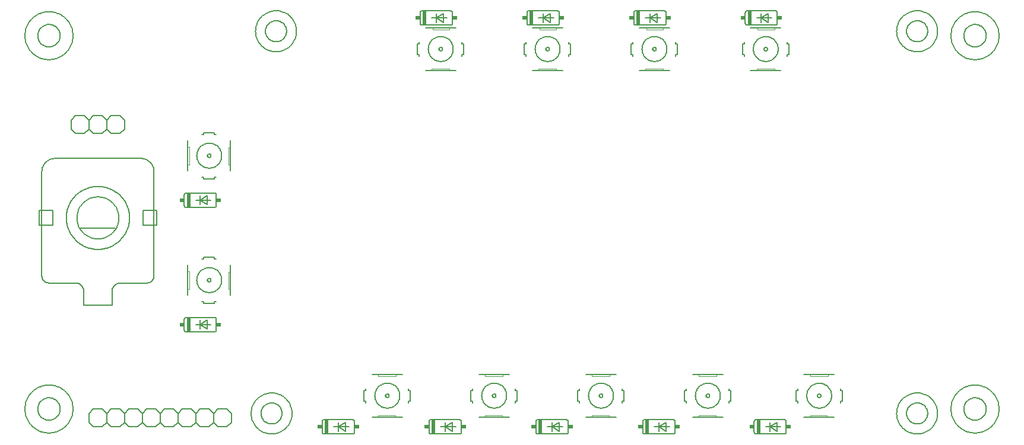
<source format=gto>
G75*
G70*
%OFA0B0*%
%FSLAX24Y24*%
%IPPOS*%
%LPD*%
%AMOC8*
5,1,8,0,0,1.08239X$1,22.5*
%
%ADD10C,0.0060*%
%ADD11C,0.0020*%
%ADD12C,0.0050*%
%ADD13R,0.0200X0.0800*%
%ADD14R,0.0250X0.0200*%
%ADD15C,0.0080*%
D10*
X004351Y001613D02*
X004601Y001363D01*
X005101Y001363D01*
X005351Y001613D01*
X005601Y001363D01*
X006101Y001363D01*
X006351Y001613D01*
X006351Y002113D01*
X006101Y002363D01*
X005601Y002363D01*
X005351Y002113D01*
X005351Y001613D01*
X005351Y002113D02*
X005101Y002363D01*
X004601Y002363D01*
X004351Y002113D01*
X004351Y001613D01*
X006351Y001613D02*
X006601Y001363D01*
X007101Y001363D01*
X007351Y001613D01*
X007601Y001363D01*
X008101Y001363D01*
X008351Y001613D01*
X008601Y001363D01*
X009101Y001363D01*
X009351Y001613D01*
X009351Y002113D01*
X009101Y002363D01*
X008601Y002363D01*
X008351Y002113D01*
X008351Y001613D01*
X007351Y001613D02*
X007351Y002113D01*
X007601Y002363D01*
X008101Y002363D01*
X008351Y002113D01*
X007351Y002113D02*
X007101Y002363D01*
X006601Y002363D01*
X006351Y002113D01*
X009351Y002113D02*
X009601Y002363D01*
X010101Y002363D01*
X010351Y002113D01*
X010601Y002363D01*
X011101Y002363D01*
X011351Y002113D01*
X011601Y002363D01*
X012101Y002363D01*
X012351Y002113D01*
X012351Y001613D01*
X012101Y001363D01*
X011601Y001363D01*
X011351Y001613D01*
X011101Y001363D01*
X010601Y001363D01*
X010351Y001613D01*
X010101Y001363D01*
X009601Y001363D01*
X009351Y001613D01*
X010351Y001613D02*
X010351Y002113D01*
X011351Y002113D02*
X011351Y001613D01*
X013451Y002113D02*
X013453Y002180D01*
X013459Y002248D01*
X013469Y002315D01*
X013483Y002381D01*
X013500Y002446D01*
X013522Y002510D01*
X013547Y002573D01*
X013576Y002634D01*
X013608Y002693D01*
X013644Y002750D01*
X013683Y002805D01*
X013725Y002858D01*
X013770Y002908D01*
X013818Y002955D01*
X013869Y003000D01*
X013922Y003041D01*
X013978Y003080D01*
X014036Y003115D01*
X014096Y003146D01*
X014157Y003174D01*
X014220Y003198D01*
X014284Y003219D01*
X014350Y003235D01*
X014416Y003248D01*
X014483Y003257D01*
X014550Y003262D01*
X014618Y003263D01*
X014685Y003260D01*
X014752Y003253D01*
X014819Y003242D01*
X014885Y003227D01*
X014950Y003209D01*
X015014Y003186D01*
X015076Y003160D01*
X015137Y003131D01*
X015195Y003097D01*
X015252Y003061D01*
X015307Y003021D01*
X015359Y002978D01*
X015408Y002932D01*
X015455Y002883D01*
X015499Y002832D01*
X015539Y002778D01*
X015577Y002722D01*
X015611Y002663D01*
X015641Y002603D01*
X015668Y002541D01*
X015692Y002478D01*
X015711Y002413D01*
X015727Y002348D01*
X015739Y002281D01*
X015747Y002214D01*
X015751Y002147D01*
X015751Y002079D01*
X015747Y002012D01*
X015739Y001945D01*
X015727Y001878D01*
X015711Y001813D01*
X015692Y001748D01*
X015668Y001685D01*
X015641Y001623D01*
X015611Y001563D01*
X015577Y001504D01*
X015539Y001448D01*
X015499Y001394D01*
X015455Y001343D01*
X015408Y001294D01*
X015359Y001248D01*
X015307Y001205D01*
X015252Y001165D01*
X015195Y001129D01*
X015137Y001095D01*
X015076Y001066D01*
X015014Y001040D01*
X014950Y001017D01*
X014885Y000999D01*
X014819Y000984D01*
X014752Y000973D01*
X014685Y000966D01*
X014618Y000963D01*
X014550Y000964D01*
X014483Y000969D01*
X014416Y000978D01*
X014350Y000991D01*
X014284Y001007D01*
X014220Y001028D01*
X014157Y001052D01*
X014096Y001080D01*
X014036Y001111D01*
X013978Y001146D01*
X013922Y001185D01*
X013869Y001226D01*
X013818Y001271D01*
X013770Y001318D01*
X013725Y001368D01*
X013683Y001421D01*
X013644Y001476D01*
X013608Y001533D01*
X013576Y001592D01*
X013547Y001653D01*
X013522Y001716D01*
X013500Y001780D01*
X013483Y001845D01*
X013469Y001911D01*
X013459Y001978D01*
X013453Y002046D01*
X013451Y002113D01*
X017451Y001663D02*
X017451Y001063D01*
X017453Y001046D01*
X017457Y001029D01*
X017464Y001013D01*
X017474Y000999D01*
X017487Y000986D01*
X017501Y000976D01*
X017517Y000969D01*
X017534Y000965D01*
X017551Y000963D01*
X019151Y000963D01*
X019168Y000965D01*
X019185Y000969D01*
X019201Y000976D01*
X019215Y000986D01*
X019228Y000999D01*
X019238Y001013D01*
X019245Y001029D01*
X019249Y001046D01*
X019251Y001063D01*
X019251Y001663D01*
X019249Y001680D01*
X019245Y001697D01*
X019238Y001713D01*
X019228Y001727D01*
X019215Y001740D01*
X019201Y001750D01*
X019185Y001757D01*
X019168Y001761D01*
X019151Y001763D01*
X017551Y001763D01*
X017534Y001761D01*
X017517Y001757D01*
X017501Y001750D01*
X017487Y001740D01*
X017474Y001727D01*
X017464Y001713D01*
X017457Y001697D01*
X017453Y001680D01*
X017451Y001663D01*
X018101Y001363D02*
X018351Y001363D01*
X018351Y001113D01*
X018351Y001363D02*
X018351Y001613D01*
X018351Y001363D02*
X018751Y001613D01*
X018751Y001113D01*
X018351Y001363D01*
X018951Y001363D01*
X020251Y001913D02*
X020601Y001913D01*
X021551Y001913D01*
X021951Y001913D01*
X023451Y001663D02*
X023451Y001063D01*
X023453Y001046D01*
X023457Y001029D01*
X023464Y001013D01*
X023474Y000999D01*
X023487Y000986D01*
X023501Y000976D01*
X023517Y000969D01*
X023534Y000965D01*
X023551Y000963D01*
X025151Y000963D01*
X025168Y000965D01*
X025185Y000969D01*
X025201Y000976D01*
X025215Y000986D01*
X025228Y000999D01*
X025238Y001013D01*
X025245Y001029D01*
X025249Y001046D01*
X025251Y001063D01*
X025251Y001663D01*
X025249Y001680D01*
X025245Y001697D01*
X025238Y001713D01*
X025228Y001727D01*
X025215Y001740D01*
X025201Y001750D01*
X025185Y001757D01*
X025168Y001761D01*
X025151Y001763D01*
X023551Y001763D01*
X023534Y001761D01*
X023517Y001757D01*
X023501Y001750D01*
X023487Y001740D01*
X023474Y001727D01*
X023464Y001713D01*
X023457Y001697D01*
X023453Y001680D01*
X023451Y001663D01*
X024101Y001363D02*
X024351Y001363D01*
X024351Y001113D01*
X024351Y001363D02*
X024351Y001613D01*
X024351Y001363D02*
X024751Y001613D01*
X024751Y001113D01*
X024351Y001363D01*
X024951Y001363D01*
X026251Y001913D02*
X026601Y001913D01*
X027551Y001913D01*
X027951Y001913D01*
X028301Y002713D02*
X028301Y002813D01*
X028401Y002813D01*
X028401Y003413D01*
X028301Y003413D01*
X028301Y003513D01*
X027001Y003113D02*
X027003Y003133D01*
X027009Y003151D01*
X027018Y003169D01*
X027030Y003184D01*
X027045Y003196D01*
X027063Y003205D01*
X027081Y003211D01*
X027101Y003213D01*
X027121Y003211D01*
X027139Y003205D01*
X027157Y003196D01*
X027172Y003184D01*
X027184Y003169D01*
X027193Y003151D01*
X027199Y003133D01*
X027201Y003113D01*
X027199Y003093D01*
X027193Y003075D01*
X027184Y003057D01*
X027172Y003042D01*
X027157Y003030D01*
X027139Y003021D01*
X027121Y003015D01*
X027101Y003013D01*
X027081Y003015D01*
X027063Y003021D01*
X027045Y003030D01*
X027030Y003042D01*
X027018Y003057D01*
X027009Y003075D01*
X027003Y003093D01*
X027001Y003113D01*
X026401Y003113D02*
X026403Y003165D01*
X026409Y003217D01*
X026419Y003269D01*
X026432Y003319D01*
X026449Y003369D01*
X026470Y003417D01*
X026495Y003463D01*
X026523Y003507D01*
X026554Y003549D01*
X026588Y003589D01*
X026625Y003626D01*
X026665Y003660D01*
X026707Y003691D01*
X026751Y003719D01*
X026797Y003744D01*
X026845Y003765D01*
X026895Y003782D01*
X026945Y003795D01*
X026997Y003805D01*
X027049Y003811D01*
X027101Y003813D01*
X027153Y003811D01*
X027205Y003805D01*
X027257Y003795D01*
X027307Y003782D01*
X027357Y003765D01*
X027405Y003744D01*
X027451Y003719D01*
X027495Y003691D01*
X027537Y003660D01*
X027577Y003626D01*
X027614Y003589D01*
X027648Y003549D01*
X027679Y003507D01*
X027707Y003463D01*
X027732Y003417D01*
X027753Y003369D01*
X027770Y003319D01*
X027783Y003269D01*
X027793Y003217D01*
X027799Y003165D01*
X027801Y003113D01*
X027799Y003061D01*
X027793Y003009D01*
X027783Y002957D01*
X027770Y002907D01*
X027753Y002857D01*
X027732Y002809D01*
X027707Y002763D01*
X027679Y002719D01*
X027648Y002677D01*
X027614Y002637D01*
X027577Y002600D01*
X027537Y002566D01*
X027495Y002535D01*
X027451Y002507D01*
X027405Y002482D01*
X027357Y002461D01*
X027307Y002444D01*
X027257Y002431D01*
X027205Y002421D01*
X027153Y002415D01*
X027101Y002413D01*
X027049Y002415D01*
X026997Y002421D01*
X026945Y002431D01*
X026895Y002444D01*
X026845Y002461D01*
X026797Y002482D01*
X026751Y002507D01*
X026707Y002535D01*
X026665Y002566D01*
X026625Y002600D01*
X026588Y002637D01*
X026554Y002677D01*
X026523Y002719D01*
X026495Y002763D01*
X026470Y002809D01*
X026449Y002857D01*
X026432Y002907D01*
X026419Y002957D01*
X026409Y003009D01*
X026403Y003061D01*
X026401Y003113D01*
X025901Y003413D02*
X025801Y003413D01*
X025801Y002813D01*
X025901Y002813D01*
X025901Y002713D01*
X025901Y003413D02*
X025901Y003513D01*
X026251Y004313D02*
X026601Y004313D01*
X027601Y004313D01*
X027951Y004313D01*
X031801Y003413D02*
X031801Y002813D01*
X031901Y002813D01*
X031901Y002713D01*
X033001Y003113D02*
X033003Y003133D01*
X033009Y003151D01*
X033018Y003169D01*
X033030Y003184D01*
X033045Y003196D01*
X033063Y003205D01*
X033081Y003211D01*
X033101Y003213D01*
X033121Y003211D01*
X033139Y003205D01*
X033157Y003196D01*
X033172Y003184D01*
X033184Y003169D01*
X033193Y003151D01*
X033199Y003133D01*
X033201Y003113D01*
X033199Y003093D01*
X033193Y003075D01*
X033184Y003057D01*
X033172Y003042D01*
X033157Y003030D01*
X033139Y003021D01*
X033121Y003015D01*
X033101Y003013D01*
X033081Y003015D01*
X033063Y003021D01*
X033045Y003030D01*
X033030Y003042D01*
X033018Y003057D01*
X033009Y003075D01*
X033003Y003093D01*
X033001Y003113D01*
X032401Y003113D02*
X032403Y003165D01*
X032409Y003217D01*
X032419Y003269D01*
X032432Y003319D01*
X032449Y003369D01*
X032470Y003417D01*
X032495Y003463D01*
X032523Y003507D01*
X032554Y003549D01*
X032588Y003589D01*
X032625Y003626D01*
X032665Y003660D01*
X032707Y003691D01*
X032751Y003719D01*
X032797Y003744D01*
X032845Y003765D01*
X032895Y003782D01*
X032945Y003795D01*
X032997Y003805D01*
X033049Y003811D01*
X033101Y003813D01*
X033153Y003811D01*
X033205Y003805D01*
X033257Y003795D01*
X033307Y003782D01*
X033357Y003765D01*
X033405Y003744D01*
X033451Y003719D01*
X033495Y003691D01*
X033537Y003660D01*
X033577Y003626D01*
X033614Y003589D01*
X033648Y003549D01*
X033679Y003507D01*
X033707Y003463D01*
X033732Y003417D01*
X033753Y003369D01*
X033770Y003319D01*
X033783Y003269D01*
X033793Y003217D01*
X033799Y003165D01*
X033801Y003113D01*
X033799Y003061D01*
X033793Y003009D01*
X033783Y002957D01*
X033770Y002907D01*
X033753Y002857D01*
X033732Y002809D01*
X033707Y002763D01*
X033679Y002719D01*
X033648Y002677D01*
X033614Y002637D01*
X033577Y002600D01*
X033537Y002566D01*
X033495Y002535D01*
X033451Y002507D01*
X033405Y002482D01*
X033357Y002461D01*
X033307Y002444D01*
X033257Y002431D01*
X033205Y002421D01*
X033153Y002415D01*
X033101Y002413D01*
X033049Y002415D01*
X032997Y002421D01*
X032945Y002431D01*
X032895Y002444D01*
X032845Y002461D01*
X032797Y002482D01*
X032751Y002507D01*
X032707Y002535D01*
X032665Y002566D01*
X032625Y002600D01*
X032588Y002637D01*
X032554Y002677D01*
X032523Y002719D01*
X032495Y002763D01*
X032470Y002809D01*
X032449Y002857D01*
X032432Y002907D01*
X032419Y002957D01*
X032409Y003009D01*
X032403Y003061D01*
X032401Y003113D01*
X031901Y003413D02*
X031901Y003513D01*
X031901Y003413D02*
X031801Y003413D01*
X032251Y004313D02*
X032601Y004313D01*
X033601Y004313D01*
X033951Y004313D01*
X034301Y003513D02*
X034301Y003413D01*
X034401Y003413D01*
X034401Y002813D01*
X034301Y002813D01*
X034301Y002713D01*
X033951Y001913D02*
X033551Y001913D01*
X032601Y001913D01*
X032251Y001913D01*
X031251Y001663D02*
X031251Y001063D01*
X031249Y001046D01*
X031245Y001029D01*
X031238Y001013D01*
X031228Y000999D01*
X031215Y000986D01*
X031201Y000976D01*
X031185Y000969D01*
X031168Y000965D01*
X031151Y000963D01*
X029551Y000963D01*
X029534Y000965D01*
X029517Y000969D01*
X029501Y000976D01*
X029487Y000986D01*
X029474Y000999D01*
X029464Y001013D01*
X029457Y001029D01*
X029453Y001046D01*
X029451Y001063D01*
X029451Y001663D01*
X029453Y001680D01*
X029457Y001697D01*
X029464Y001713D01*
X029474Y001727D01*
X029487Y001740D01*
X029501Y001750D01*
X029517Y001757D01*
X029534Y001761D01*
X029551Y001763D01*
X031151Y001763D01*
X031168Y001761D01*
X031185Y001757D01*
X031201Y001750D01*
X031215Y001740D01*
X031228Y001727D01*
X031238Y001713D01*
X031245Y001697D01*
X031249Y001680D01*
X031251Y001663D01*
X030951Y001363D02*
X030351Y001363D01*
X030351Y001113D01*
X030351Y001363D02*
X030751Y001113D01*
X030751Y001613D01*
X030351Y001363D01*
X030351Y001613D01*
X030351Y001363D02*
X030101Y001363D01*
X035451Y001663D02*
X035451Y001063D01*
X035453Y001046D01*
X035457Y001029D01*
X035464Y001013D01*
X035474Y000999D01*
X035487Y000986D01*
X035501Y000976D01*
X035517Y000969D01*
X035534Y000965D01*
X035551Y000963D01*
X037151Y000963D01*
X037168Y000965D01*
X037185Y000969D01*
X037201Y000976D01*
X037215Y000986D01*
X037228Y000999D01*
X037238Y001013D01*
X037245Y001029D01*
X037249Y001046D01*
X037251Y001063D01*
X037251Y001663D01*
X037249Y001680D01*
X037245Y001697D01*
X037238Y001713D01*
X037228Y001727D01*
X037215Y001740D01*
X037201Y001750D01*
X037185Y001757D01*
X037168Y001761D01*
X037151Y001763D01*
X035551Y001763D01*
X035534Y001761D01*
X035517Y001757D01*
X035501Y001750D01*
X035487Y001740D01*
X035474Y001727D01*
X035464Y001713D01*
X035457Y001697D01*
X035453Y001680D01*
X035451Y001663D01*
X036101Y001363D02*
X036351Y001363D01*
X036351Y001113D01*
X036351Y001363D02*
X036351Y001613D01*
X036351Y001363D02*
X036751Y001613D01*
X036751Y001113D01*
X036351Y001363D01*
X036951Y001363D01*
X038251Y001913D02*
X038601Y001913D01*
X039551Y001913D01*
X039951Y001913D01*
X040301Y002713D02*
X040301Y002813D01*
X040401Y002813D01*
X040401Y003413D01*
X040301Y003413D01*
X040301Y003513D01*
X039001Y003113D02*
X039003Y003133D01*
X039009Y003151D01*
X039018Y003169D01*
X039030Y003184D01*
X039045Y003196D01*
X039063Y003205D01*
X039081Y003211D01*
X039101Y003213D01*
X039121Y003211D01*
X039139Y003205D01*
X039157Y003196D01*
X039172Y003184D01*
X039184Y003169D01*
X039193Y003151D01*
X039199Y003133D01*
X039201Y003113D01*
X039199Y003093D01*
X039193Y003075D01*
X039184Y003057D01*
X039172Y003042D01*
X039157Y003030D01*
X039139Y003021D01*
X039121Y003015D01*
X039101Y003013D01*
X039081Y003015D01*
X039063Y003021D01*
X039045Y003030D01*
X039030Y003042D01*
X039018Y003057D01*
X039009Y003075D01*
X039003Y003093D01*
X039001Y003113D01*
X038401Y003113D02*
X038403Y003165D01*
X038409Y003217D01*
X038419Y003269D01*
X038432Y003319D01*
X038449Y003369D01*
X038470Y003417D01*
X038495Y003463D01*
X038523Y003507D01*
X038554Y003549D01*
X038588Y003589D01*
X038625Y003626D01*
X038665Y003660D01*
X038707Y003691D01*
X038751Y003719D01*
X038797Y003744D01*
X038845Y003765D01*
X038895Y003782D01*
X038945Y003795D01*
X038997Y003805D01*
X039049Y003811D01*
X039101Y003813D01*
X039153Y003811D01*
X039205Y003805D01*
X039257Y003795D01*
X039307Y003782D01*
X039357Y003765D01*
X039405Y003744D01*
X039451Y003719D01*
X039495Y003691D01*
X039537Y003660D01*
X039577Y003626D01*
X039614Y003589D01*
X039648Y003549D01*
X039679Y003507D01*
X039707Y003463D01*
X039732Y003417D01*
X039753Y003369D01*
X039770Y003319D01*
X039783Y003269D01*
X039793Y003217D01*
X039799Y003165D01*
X039801Y003113D01*
X039799Y003061D01*
X039793Y003009D01*
X039783Y002957D01*
X039770Y002907D01*
X039753Y002857D01*
X039732Y002809D01*
X039707Y002763D01*
X039679Y002719D01*
X039648Y002677D01*
X039614Y002637D01*
X039577Y002600D01*
X039537Y002566D01*
X039495Y002535D01*
X039451Y002507D01*
X039405Y002482D01*
X039357Y002461D01*
X039307Y002444D01*
X039257Y002431D01*
X039205Y002421D01*
X039153Y002415D01*
X039101Y002413D01*
X039049Y002415D01*
X038997Y002421D01*
X038945Y002431D01*
X038895Y002444D01*
X038845Y002461D01*
X038797Y002482D01*
X038751Y002507D01*
X038707Y002535D01*
X038665Y002566D01*
X038625Y002600D01*
X038588Y002637D01*
X038554Y002677D01*
X038523Y002719D01*
X038495Y002763D01*
X038470Y002809D01*
X038449Y002857D01*
X038432Y002907D01*
X038419Y002957D01*
X038409Y003009D01*
X038403Y003061D01*
X038401Y003113D01*
X037901Y003413D02*
X037901Y003513D01*
X037901Y003413D02*
X037801Y003413D01*
X037801Y002813D01*
X037901Y002813D01*
X037901Y002713D01*
X038251Y004313D02*
X038601Y004313D01*
X039601Y004313D01*
X039951Y004313D01*
X044051Y003413D02*
X044051Y002813D01*
X044151Y002813D01*
X044151Y002713D01*
X045251Y003113D02*
X045253Y003133D01*
X045259Y003151D01*
X045268Y003169D01*
X045280Y003184D01*
X045295Y003196D01*
X045313Y003205D01*
X045331Y003211D01*
X045351Y003213D01*
X045371Y003211D01*
X045389Y003205D01*
X045407Y003196D01*
X045422Y003184D01*
X045434Y003169D01*
X045443Y003151D01*
X045449Y003133D01*
X045451Y003113D01*
X045449Y003093D01*
X045443Y003075D01*
X045434Y003057D01*
X045422Y003042D01*
X045407Y003030D01*
X045389Y003021D01*
X045371Y003015D01*
X045351Y003013D01*
X045331Y003015D01*
X045313Y003021D01*
X045295Y003030D01*
X045280Y003042D01*
X045268Y003057D01*
X045259Y003075D01*
X045253Y003093D01*
X045251Y003113D01*
X044651Y003113D02*
X044653Y003165D01*
X044659Y003217D01*
X044669Y003269D01*
X044682Y003319D01*
X044699Y003369D01*
X044720Y003417D01*
X044745Y003463D01*
X044773Y003507D01*
X044804Y003549D01*
X044838Y003589D01*
X044875Y003626D01*
X044915Y003660D01*
X044957Y003691D01*
X045001Y003719D01*
X045047Y003744D01*
X045095Y003765D01*
X045145Y003782D01*
X045195Y003795D01*
X045247Y003805D01*
X045299Y003811D01*
X045351Y003813D01*
X045403Y003811D01*
X045455Y003805D01*
X045507Y003795D01*
X045557Y003782D01*
X045607Y003765D01*
X045655Y003744D01*
X045701Y003719D01*
X045745Y003691D01*
X045787Y003660D01*
X045827Y003626D01*
X045864Y003589D01*
X045898Y003549D01*
X045929Y003507D01*
X045957Y003463D01*
X045982Y003417D01*
X046003Y003369D01*
X046020Y003319D01*
X046033Y003269D01*
X046043Y003217D01*
X046049Y003165D01*
X046051Y003113D01*
X046049Y003061D01*
X046043Y003009D01*
X046033Y002957D01*
X046020Y002907D01*
X046003Y002857D01*
X045982Y002809D01*
X045957Y002763D01*
X045929Y002719D01*
X045898Y002677D01*
X045864Y002637D01*
X045827Y002600D01*
X045787Y002566D01*
X045745Y002535D01*
X045701Y002507D01*
X045655Y002482D01*
X045607Y002461D01*
X045557Y002444D01*
X045507Y002431D01*
X045455Y002421D01*
X045403Y002415D01*
X045351Y002413D01*
X045299Y002415D01*
X045247Y002421D01*
X045195Y002431D01*
X045145Y002444D01*
X045095Y002461D01*
X045047Y002482D01*
X045001Y002507D01*
X044957Y002535D01*
X044915Y002566D01*
X044875Y002600D01*
X044838Y002637D01*
X044804Y002677D01*
X044773Y002719D01*
X044745Y002763D01*
X044720Y002809D01*
X044699Y002857D01*
X044682Y002907D01*
X044669Y002957D01*
X044659Y003009D01*
X044653Y003061D01*
X044651Y003113D01*
X044151Y003413D02*
X044151Y003513D01*
X044151Y003413D02*
X044051Y003413D01*
X044501Y004313D02*
X044851Y004313D01*
X045851Y004313D01*
X046201Y004313D01*
X046551Y003513D02*
X046551Y003413D01*
X046651Y003413D01*
X046651Y002813D01*
X046551Y002813D01*
X046551Y002713D01*
X046201Y001913D02*
X045801Y001913D01*
X044851Y001913D01*
X044501Y001913D01*
X043501Y001663D02*
X043501Y001063D01*
X043499Y001046D01*
X043495Y001029D01*
X043488Y001013D01*
X043478Y000999D01*
X043465Y000986D01*
X043451Y000976D01*
X043435Y000969D01*
X043418Y000965D01*
X043401Y000963D01*
X041801Y000963D01*
X041784Y000965D01*
X041767Y000969D01*
X041751Y000976D01*
X041737Y000986D01*
X041724Y000999D01*
X041714Y001013D01*
X041707Y001029D01*
X041703Y001046D01*
X041701Y001063D01*
X041701Y001663D01*
X041703Y001680D01*
X041707Y001697D01*
X041714Y001713D01*
X041724Y001727D01*
X041737Y001740D01*
X041751Y001750D01*
X041767Y001757D01*
X041784Y001761D01*
X041801Y001763D01*
X043401Y001763D01*
X043418Y001761D01*
X043435Y001757D01*
X043451Y001750D01*
X043465Y001740D01*
X043478Y001727D01*
X043488Y001713D01*
X043495Y001697D01*
X043499Y001680D01*
X043501Y001663D01*
X043201Y001363D02*
X042601Y001363D01*
X042601Y001113D01*
X042601Y001363D02*
X042601Y001613D01*
X042601Y001363D02*
X043001Y001613D01*
X043001Y001113D01*
X042601Y001363D01*
X042351Y001363D01*
X049701Y002113D02*
X049703Y002180D01*
X049709Y002248D01*
X049719Y002315D01*
X049733Y002381D01*
X049750Y002446D01*
X049772Y002510D01*
X049797Y002573D01*
X049826Y002634D01*
X049858Y002693D01*
X049894Y002750D01*
X049933Y002805D01*
X049975Y002858D01*
X050020Y002908D01*
X050068Y002955D01*
X050119Y003000D01*
X050172Y003041D01*
X050228Y003080D01*
X050286Y003115D01*
X050346Y003146D01*
X050407Y003174D01*
X050470Y003198D01*
X050534Y003219D01*
X050600Y003235D01*
X050666Y003248D01*
X050733Y003257D01*
X050800Y003262D01*
X050868Y003263D01*
X050935Y003260D01*
X051002Y003253D01*
X051069Y003242D01*
X051135Y003227D01*
X051200Y003209D01*
X051264Y003186D01*
X051326Y003160D01*
X051387Y003131D01*
X051445Y003097D01*
X051502Y003061D01*
X051557Y003021D01*
X051609Y002978D01*
X051658Y002932D01*
X051705Y002883D01*
X051749Y002832D01*
X051789Y002778D01*
X051827Y002722D01*
X051861Y002663D01*
X051891Y002603D01*
X051918Y002541D01*
X051942Y002478D01*
X051961Y002413D01*
X051977Y002348D01*
X051989Y002281D01*
X051997Y002214D01*
X052001Y002147D01*
X052001Y002079D01*
X051997Y002012D01*
X051989Y001945D01*
X051977Y001878D01*
X051961Y001813D01*
X051942Y001748D01*
X051918Y001685D01*
X051891Y001623D01*
X051861Y001563D01*
X051827Y001504D01*
X051789Y001448D01*
X051749Y001394D01*
X051705Y001343D01*
X051658Y001294D01*
X051609Y001248D01*
X051557Y001205D01*
X051502Y001165D01*
X051445Y001129D01*
X051387Y001095D01*
X051326Y001066D01*
X051264Y001040D01*
X051200Y001017D01*
X051135Y000999D01*
X051069Y000984D01*
X051002Y000973D01*
X050935Y000966D01*
X050868Y000963D01*
X050800Y000964D01*
X050733Y000969D01*
X050666Y000978D01*
X050600Y000991D01*
X050534Y001007D01*
X050470Y001028D01*
X050407Y001052D01*
X050346Y001080D01*
X050286Y001111D01*
X050228Y001146D01*
X050172Y001185D01*
X050119Y001226D01*
X050068Y001271D01*
X050020Y001318D01*
X049975Y001368D01*
X049933Y001421D01*
X049894Y001476D01*
X049858Y001533D01*
X049826Y001592D01*
X049797Y001653D01*
X049772Y001716D01*
X049750Y001780D01*
X049733Y001845D01*
X049719Y001911D01*
X049709Y001978D01*
X049703Y002046D01*
X049701Y002113D01*
X052751Y002363D02*
X052753Y002436D01*
X052759Y002509D01*
X052769Y002581D01*
X052783Y002653D01*
X052800Y002724D01*
X052822Y002794D01*
X052847Y002863D01*
X052876Y002930D01*
X052908Y002995D01*
X052944Y003059D01*
X052984Y003121D01*
X053026Y003180D01*
X053072Y003237D01*
X053121Y003291D01*
X053173Y003343D01*
X053227Y003392D01*
X053284Y003438D01*
X053343Y003480D01*
X053405Y003520D01*
X053469Y003556D01*
X053534Y003588D01*
X053601Y003617D01*
X053670Y003642D01*
X053740Y003664D01*
X053811Y003681D01*
X053883Y003695D01*
X053955Y003705D01*
X054028Y003711D01*
X054101Y003713D01*
X054174Y003711D01*
X054247Y003705D01*
X054319Y003695D01*
X054391Y003681D01*
X054462Y003664D01*
X054532Y003642D01*
X054601Y003617D01*
X054668Y003588D01*
X054733Y003556D01*
X054797Y003520D01*
X054859Y003480D01*
X054918Y003438D01*
X054975Y003392D01*
X055029Y003343D01*
X055081Y003291D01*
X055130Y003237D01*
X055176Y003180D01*
X055218Y003121D01*
X055258Y003059D01*
X055294Y002995D01*
X055326Y002930D01*
X055355Y002863D01*
X055380Y002794D01*
X055402Y002724D01*
X055419Y002653D01*
X055433Y002581D01*
X055443Y002509D01*
X055449Y002436D01*
X055451Y002363D01*
X055449Y002290D01*
X055443Y002217D01*
X055433Y002145D01*
X055419Y002073D01*
X055402Y002002D01*
X055380Y001932D01*
X055355Y001863D01*
X055326Y001796D01*
X055294Y001731D01*
X055258Y001667D01*
X055218Y001605D01*
X055176Y001546D01*
X055130Y001489D01*
X055081Y001435D01*
X055029Y001383D01*
X054975Y001334D01*
X054918Y001288D01*
X054859Y001246D01*
X054797Y001206D01*
X054733Y001170D01*
X054668Y001138D01*
X054601Y001109D01*
X054532Y001084D01*
X054462Y001062D01*
X054391Y001045D01*
X054319Y001031D01*
X054247Y001021D01*
X054174Y001015D01*
X054101Y001013D01*
X054028Y001015D01*
X053955Y001021D01*
X053883Y001031D01*
X053811Y001045D01*
X053740Y001062D01*
X053670Y001084D01*
X053601Y001109D01*
X053534Y001138D01*
X053469Y001170D01*
X053405Y001206D01*
X053343Y001246D01*
X053284Y001288D01*
X053227Y001334D01*
X053173Y001383D01*
X053121Y001435D01*
X053072Y001489D01*
X053026Y001546D01*
X052984Y001605D01*
X052944Y001667D01*
X052908Y001731D01*
X052876Y001796D01*
X052847Y001863D01*
X052822Y001932D01*
X052800Y002002D01*
X052783Y002073D01*
X052769Y002145D01*
X052759Y002217D01*
X052753Y002290D01*
X052751Y002363D01*
X022401Y002813D02*
X022401Y003413D01*
X022301Y003413D01*
X022301Y003513D01*
X021001Y003113D02*
X021003Y003133D01*
X021009Y003151D01*
X021018Y003169D01*
X021030Y003184D01*
X021045Y003196D01*
X021063Y003205D01*
X021081Y003211D01*
X021101Y003213D01*
X021121Y003211D01*
X021139Y003205D01*
X021157Y003196D01*
X021172Y003184D01*
X021184Y003169D01*
X021193Y003151D01*
X021199Y003133D01*
X021201Y003113D01*
X021199Y003093D01*
X021193Y003075D01*
X021184Y003057D01*
X021172Y003042D01*
X021157Y003030D01*
X021139Y003021D01*
X021121Y003015D01*
X021101Y003013D01*
X021081Y003015D01*
X021063Y003021D01*
X021045Y003030D01*
X021030Y003042D01*
X021018Y003057D01*
X021009Y003075D01*
X021003Y003093D01*
X021001Y003113D01*
X020401Y003113D02*
X020403Y003165D01*
X020409Y003217D01*
X020419Y003269D01*
X020432Y003319D01*
X020449Y003369D01*
X020470Y003417D01*
X020495Y003463D01*
X020523Y003507D01*
X020554Y003549D01*
X020588Y003589D01*
X020625Y003626D01*
X020665Y003660D01*
X020707Y003691D01*
X020751Y003719D01*
X020797Y003744D01*
X020845Y003765D01*
X020895Y003782D01*
X020945Y003795D01*
X020997Y003805D01*
X021049Y003811D01*
X021101Y003813D01*
X021153Y003811D01*
X021205Y003805D01*
X021257Y003795D01*
X021307Y003782D01*
X021357Y003765D01*
X021405Y003744D01*
X021451Y003719D01*
X021495Y003691D01*
X021537Y003660D01*
X021577Y003626D01*
X021614Y003589D01*
X021648Y003549D01*
X021679Y003507D01*
X021707Y003463D01*
X021732Y003417D01*
X021753Y003369D01*
X021770Y003319D01*
X021783Y003269D01*
X021793Y003217D01*
X021799Y003165D01*
X021801Y003113D01*
X021799Y003061D01*
X021793Y003009D01*
X021783Y002957D01*
X021770Y002907D01*
X021753Y002857D01*
X021732Y002809D01*
X021707Y002763D01*
X021679Y002719D01*
X021648Y002677D01*
X021614Y002637D01*
X021577Y002600D01*
X021537Y002566D01*
X021495Y002535D01*
X021451Y002507D01*
X021405Y002482D01*
X021357Y002461D01*
X021307Y002444D01*
X021257Y002431D01*
X021205Y002421D01*
X021153Y002415D01*
X021101Y002413D01*
X021049Y002415D01*
X020997Y002421D01*
X020945Y002431D01*
X020895Y002444D01*
X020845Y002461D01*
X020797Y002482D01*
X020751Y002507D01*
X020707Y002535D01*
X020665Y002566D01*
X020625Y002600D01*
X020588Y002637D01*
X020554Y002677D01*
X020523Y002719D01*
X020495Y002763D01*
X020470Y002809D01*
X020449Y002857D01*
X020432Y002907D01*
X020419Y002957D01*
X020409Y003009D01*
X020403Y003061D01*
X020401Y003113D01*
X019901Y003413D02*
X019901Y003513D01*
X019901Y003413D02*
X019801Y003413D01*
X019801Y002813D01*
X019901Y002813D01*
X019901Y002713D01*
X022301Y002713D02*
X022301Y002813D01*
X022401Y002813D01*
X021951Y004313D02*
X021601Y004313D01*
X020601Y004313D01*
X020251Y004313D01*
X011501Y006813D02*
X011501Y007413D01*
X011499Y007430D01*
X011495Y007447D01*
X011488Y007463D01*
X011478Y007477D01*
X011465Y007490D01*
X011451Y007500D01*
X011435Y007507D01*
X011418Y007511D01*
X011401Y007513D01*
X009801Y007513D01*
X009784Y007511D01*
X009767Y007507D01*
X009751Y007500D01*
X009737Y007490D01*
X009724Y007477D01*
X009714Y007463D01*
X009707Y007447D01*
X009703Y007430D01*
X009701Y007413D01*
X009701Y006813D01*
X009703Y006796D01*
X009707Y006779D01*
X009714Y006763D01*
X009724Y006749D01*
X009737Y006736D01*
X009751Y006726D01*
X009767Y006719D01*
X009784Y006715D01*
X009801Y006713D01*
X011401Y006713D01*
X011418Y006715D01*
X011435Y006719D01*
X011451Y006726D01*
X011465Y006736D01*
X011478Y006749D01*
X011488Y006763D01*
X011495Y006779D01*
X011499Y006796D01*
X011501Y006813D01*
X011201Y007113D02*
X010601Y007113D01*
X010601Y006863D01*
X010601Y007113D02*
X010601Y007363D01*
X010601Y007113D02*
X011001Y007363D01*
X011001Y006863D01*
X010601Y007113D01*
X010351Y007113D01*
X010801Y008313D02*
X011401Y008313D01*
X011401Y008413D01*
X011501Y008413D01*
X010801Y008413D02*
X010701Y008413D01*
X010801Y008413D02*
X010801Y008313D01*
X009901Y008763D02*
X009901Y009113D01*
X009901Y010113D01*
X009901Y010463D01*
X010701Y010813D02*
X010801Y010813D01*
X010801Y010913D01*
X011401Y010913D01*
X011401Y010813D01*
X011501Y010813D01*
X012301Y010463D02*
X012301Y010063D01*
X012301Y009113D01*
X012301Y008763D01*
X011001Y009613D02*
X011003Y009633D01*
X011009Y009651D01*
X011018Y009669D01*
X011030Y009684D01*
X011045Y009696D01*
X011063Y009705D01*
X011081Y009711D01*
X011101Y009713D01*
X011121Y009711D01*
X011139Y009705D01*
X011157Y009696D01*
X011172Y009684D01*
X011184Y009669D01*
X011193Y009651D01*
X011199Y009633D01*
X011201Y009613D01*
X011199Y009593D01*
X011193Y009575D01*
X011184Y009557D01*
X011172Y009542D01*
X011157Y009530D01*
X011139Y009521D01*
X011121Y009515D01*
X011101Y009513D01*
X011081Y009515D01*
X011063Y009521D01*
X011045Y009530D01*
X011030Y009542D01*
X011018Y009557D01*
X011009Y009575D01*
X011003Y009593D01*
X011001Y009613D01*
X010401Y009613D02*
X010403Y009665D01*
X010409Y009717D01*
X010419Y009769D01*
X010432Y009819D01*
X010449Y009869D01*
X010470Y009917D01*
X010495Y009963D01*
X010523Y010007D01*
X010554Y010049D01*
X010588Y010089D01*
X010625Y010126D01*
X010665Y010160D01*
X010707Y010191D01*
X010751Y010219D01*
X010797Y010244D01*
X010845Y010265D01*
X010895Y010282D01*
X010945Y010295D01*
X010997Y010305D01*
X011049Y010311D01*
X011101Y010313D01*
X011153Y010311D01*
X011205Y010305D01*
X011257Y010295D01*
X011307Y010282D01*
X011357Y010265D01*
X011405Y010244D01*
X011451Y010219D01*
X011495Y010191D01*
X011537Y010160D01*
X011577Y010126D01*
X011614Y010089D01*
X011648Y010049D01*
X011679Y010007D01*
X011707Y009963D01*
X011732Y009917D01*
X011753Y009869D01*
X011770Y009819D01*
X011783Y009769D01*
X011793Y009717D01*
X011799Y009665D01*
X011801Y009613D01*
X011799Y009561D01*
X011793Y009509D01*
X011783Y009457D01*
X011770Y009407D01*
X011753Y009357D01*
X011732Y009309D01*
X011707Y009263D01*
X011679Y009219D01*
X011648Y009177D01*
X011614Y009137D01*
X011577Y009100D01*
X011537Y009066D01*
X011495Y009035D01*
X011451Y009007D01*
X011405Y008982D01*
X011357Y008961D01*
X011307Y008944D01*
X011257Y008931D01*
X011205Y008921D01*
X011153Y008915D01*
X011101Y008913D01*
X011049Y008915D01*
X010997Y008921D01*
X010945Y008931D01*
X010895Y008944D01*
X010845Y008961D01*
X010797Y008982D01*
X010751Y009007D01*
X010707Y009035D01*
X010665Y009066D01*
X010625Y009100D01*
X010588Y009137D01*
X010554Y009177D01*
X010523Y009219D01*
X010495Y009263D01*
X010470Y009309D01*
X010449Y009357D01*
X010432Y009407D01*
X010419Y009457D01*
X010409Y009509D01*
X010403Y009561D01*
X010401Y009613D01*
X009801Y013713D02*
X011401Y013713D01*
X011418Y013715D01*
X011435Y013719D01*
X011451Y013726D01*
X011465Y013736D01*
X011478Y013749D01*
X011488Y013763D01*
X011495Y013779D01*
X011499Y013796D01*
X011501Y013813D01*
X011501Y014413D01*
X011499Y014430D01*
X011495Y014447D01*
X011488Y014463D01*
X011478Y014477D01*
X011465Y014490D01*
X011451Y014500D01*
X011435Y014507D01*
X011418Y014511D01*
X011401Y014513D01*
X009801Y014513D01*
X009784Y014511D01*
X009767Y014507D01*
X009751Y014500D01*
X009737Y014490D01*
X009724Y014477D01*
X009714Y014463D01*
X009707Y014447D01*
X009703Y014430D01*
X009701Y014413D01*
X009701Y013813D01*
X009703Y013796D01*
X009707Y013779D01*
X009714Y013763D01*
X009724Y013749D01*
X009737Y013736D01*
X009751Y013726D01*
X009767Y013719D01*
X009784Y013715D01*
X009801Y013713D01*
X010601Y013863D02*
X010601Y014113D01*
X010601Y014363D01*
X010601Y014113D02*
X011001Y014363D01*
X011001Y013863D01*
X010601Y014113D01*
X011201Y014113D01*
X010601Y014113D02*
X010351Y014113D01*
X010801Y015313D02*
X011401Y015313D01*
X011401Y015413D01*
X011501Y015413D01*
X010801Y015413D02*
X010801Y015313D01*
X010801Y015413D02*
X010701Y015413D01*
X009901Y015763D02*
X009901Y016113D01*
X009901Y017113D01*
X009901Y017463D01*
X010701Y017813D02*
X010801Y017813D01*
X010801Y017913D01*
X011401Y017913D01*
X011401Y017813D01*
X011501Y017813D01*
X012301Y017463D02*
X012301Y017063D01*
X012301Y016113D01*
X012301Y015763D01*
X011001Y016613D02*
X011003Y016633D01*
X011009Y016651D01*
X011018Y016669D01*
X011030Y016684D01*
X011045Y016696D01*
X011063Y016705D01*
X011081Y016711D01*
X011101Y016713D01*
X011121Y016711D01*
X011139Y016705D01*
X011157Y016696D01*
X011172Y016684D01*
X011184Y016669D01*
X011193Y016651D01*
X011199Y016633D01*
X011201Y016613D01*
X011199Y016593D01*
X011193Y016575D01*
X011184Y016557D01*
X011172Y016542D01*
X011157Y016530D01*
X011139Y016521D01*
X011121Y016515D01*
X011101Y016513D01*
X011081Y016515D01*
X011063Y016521D01*
X011045Y016530D01*
X011030Y016542D01*
X011018Y016557D01*
X011009Y016575D01*
X011003Y016593D01*
X011001Y016613D01*
X010401Y016613D02*
X010403Y016665D01*
X010409Y016717D01*
X010419Y016769D01*
X010432Y016819D01*
X010449Y016869D01*
X010470Y016917D01*
X010495Y016963D01*
X010523Y017007D01*
X010554Y017049D01*
X010588Y017089D01*
X010625Y017126D01*
X010665Y017160D01*
X010707Y017191D01*
X010751Y017219D01*
X010797Y017244D01*
X010845Y017265D01*
X010895Y017282D01*
X010945Y017295D01*
X010997Y017305D01*
X011049Y017311D01*
X011101Y017313D01*
X011153Y017311D01*
X011205Y017305D01*
X011257Y017295D01*
X011307Y017282D01*
X011357Y017265D01*
X011405Y017244D01*
X011451Y017219D01*
X011495Y017191D01*
X011537Y017160D01*
X011577Y017126D01*
X011614Y017089D01*
X011648Y017049D01*
X011679Y017007D01*
X011707Y016963D01*
X011732Y016917D01*
X011753Y016869D01*
X011770Y016819D01*
X011783Y016769D01*
X011793Y016717D01*
X011799Y016665D01*
X011801Y016613D01*
X011799Y016561D01*
X011793Y016509D01*
X011783Y016457D01*
X011770Y016407D01*
X011753Y016357D01*
X011732Y016309D01*
X011707Y016263D01*
X011679Y016219D01*
X011648Y016177D01*
X011614Y016137D01*
X011577Y016100D01*
X011537Y016066D01*
X011495Y016035D01*
X011451Y016007D01*
X011405Y015982D01*
X011357Y015961D01*
X011307Y015944D01*
X011257Y015931D01*
X011205Y015921D01*
X011153Y015915D01*
X011101Y015913D01*
X011049Y015915D01*
X010997Y015921D01*
X010945Y015931D01*
X010895Y015944D01*
X010845Y015961D01*
X010797Y015982D01*
X010751Y016007D01*
X010707Y016035D01*
X010665Y016066D01*
X010625Y016100D01*
X010588Y016137D01*
X010554Y016177D01*
X010523Y016219D01*
X010495Y016263D01*
X010470Y016309D01*
X010449Y016357D01*
X010432Y016407D01*
X010419Y016457D01*
X010409Y016509D01*
X010403Y016561D01*
X010401Y016613D01*
X006351Y018113D02*
X006101Y017863D01*
X005601Y017863D01*
X005351Y018113D01*
X005101Y017863D01*
X004601Y017863D01*
X004351Y018113D01*
X004101Y017863D01*
X003601Y017863D01*
X003351Y018113D01*
X003351Y018613D01*
X003601Y018863D01*
X004101Y018863D01*
X004351Y018613D01*
X004601Y018863D01*
X005101Y018863D01*
X005351Y018613D01*
X005601Y018863D01*
X006101Y018863D01*
X006351Y018613D01*
X006351Y018113D01*
X005351Y018113D02*
X005351Y018613D01*
X004351Y018613D02*
X004351Y018113D01*
X000751Y023363D02*
X000753Y023436D01*
X000759Y023509D01*
X000769Y023581D01*
X000783Y023653D01*
X000800Y023724D01*
X000822Y023794D01*
X000847Y023863D01*
X000876Y023930D01*
X000908Y023995D01*
X000944Y024059D01*
X000984Y024121D01*
X001026Y024180D01*
X001072Y024237D01*
X001121Y024291D01*
X001173Y024343D01*
X001227Y024392D01*
X001284Y024438D01*
X001343Y024480D01*
X001405Y024520D01*
X001469Y024556D01*
X001534Y024588D01*
X001601Y024617D01*
X001670Y024642D01*
X001740Y024664D01*
X001811Y024681D01*
X001883Y024695D01*
X001955Y024705D01*
X002028Y024711D01*
X002101Y024713D01*
X002174Y024711D01*
X002247Y024705D01*
X002319Y024695D01*
X002391Y024681D01*
X002462Y024664D01*
X002532Y024642D01*
X002601Y024617D01*
X002668Y024588D01*
X002733Y024556D01*
X002797Y024520D01*
X002859Y024480D01*
X002918Y024438D01*
X002975Y024392D01*
X003029Y024343D01*
X003081Y024291D01*
X003130Y024237D01*
X003176Y024180D01*
X003218Y024121D01*
X003258Y024059D01*
X003294Y023995D01*
X003326Y023930D01*
X003355Y023863D01*
X003380Y023794D01*
X003402Y023724D01*
X003419Y023653D01*
X003433Y023581D01*
X003443Y023509D01*
X003449Y023436D01*
X003451Y023363D01*
X003449Y023290D01*
X003443Y023217D01*
X003433Y023145D01*
X003419Y023073D01*
X003402Y023002D01*
X003380Y022932D01*
X003355Y022863D01*
X003326Y022796D01*
X003294Y022731D01*
X003258Y022667D01*
X003218Y022605D01*
X003176Y022546D01*
X003130Y022489D01*
X003081Y022435D01*
X003029Y022383D01*
X002975Y022334D01*
X002918Y022288D01*
X002859Y022246D01*
X002797Y022206D01*
X002733Y022170D01*
X002668Y022138D01*
X002601Y022109D01*
X002532Y022084D01*
X002462Y022062D01*
X002391Y022045D01*
X002319Y022031D01*
X002247Y022021D01*
X002174Y022015D01*
X002101Y022013D01*
X002028Y022015D01*
X001955Y022021D01*
X001883Y022031D01*
X001811Y022045D01*
X001740Y022062D01*
X001670Y022084D01*
X001601Y022109D01*
X001534Y022138D01*
X001469Y022170D01*
X001405Y022206D01*
X001343Y022246D01*
X001284Y022288D01*
X001227Y022334D01*
X001173Y022383D01*
X001121Y022435D01*
X001072Y022489D01*
X001026Y022546D01*
X000984Y022605D01*
X000944Y022667D01*
X000908Y022731D01*
X000876Y022796D01*
X000847Y022863D01*
X000822Y022932D01*
X000800Y023002D01*
X000783Y023073D01*
X000769Y023145D01*
X000759Y023217D01*
X000753Y023290D01*
X000751Y023363D01*
X013701Y023613D02*
X013703Y023680D01*
X013709Y023748D01*
X013719Y023815D01*
X013733Y023881D01*
X013750Y023946D01*
X013772Y024010D01*
X013797Y024073D01*
X013826Y024134D01*
X013858Y024193D01*
X013894Y024250D01*
X013933Y024305D01*
X013975Y024358D01*
X014020Y024408D01*
X014068Y024455D01*
X014119Y024500D01*
X014172Y024541D01*
X014228Y024580D01*
X014286Y024615D01*
X014346Y024646D01*
X014407Y024674D01*
X014470Y024698D01*
X014534Y024719D01*
X014600Y024735D01*
X014666Y024748D01*
X014733Y024757D01*
X014800Y024762D01*
X014868Y024763D01*
X014935Y024760D01*
X015002Y024753D01*
X015069Y024742D01*
X015135Y024727D01*
X015200Y024709D01*
X015264Y024686D01*
X015326Y024660D01*
X015387Y024631D01*
X015445Y024597D01*
X015502Y024561D01*
X015557Y024521D01*
X015609Y024478D01*
X015658Y024432D01*
X015705Y024383D01*
X015749Y024332D01*
X015789Y024278D01*
X015827Y024222D01*
X015861Y024163D01*
X015891Y024103D01*
X015918Y024041D01*
X015942Y023978D01*
X015961Y023913D01*
X015977Y023848D01*
X015989Y023781D01*
X015997Y023714D01*
X016001Y023647D01*
X016001Y023579D01*
X015997Y023512D01*
X015989Y023445D01*
X015977Y023378D01*
X015961Y023313D01*
X015942Y023248D01*
X015918Y023185D01*
X015891Y023123D01*
X015861Y023063D01*
X015827Y023004D01*
X015789Y022948D01*
X015749Y022894D01*
X015705Y022843D01*
X015658Y022794D01*
X015609Y022748D01*
X015557Y022705D01*
X015502Y022665D01*
X015445Y022629D01*
X015387Y022595D01*
X015326Y022566D01*
X015264Y022540D01*
X015200Y022517D01*
X015135Y022499D01*
X015069Y022484D01*
X015002Y022473D01*
X014935Y022466D01*
X014868Y022463D01*
X014800Y022464D01*
X014733Y022469D01*
X014666Y022478D01*
X014600Y022491D01*
X014534Y022507D01*
X014470Y022528D01*
X014407Y022552D01*
X014346Y022580D01*
X014286Y022611D01*
X014228Y022646D01*
X014172Y022685D01*
X014119Y022726D01*
X014068Y022771D01*
X014020Y022818D01*
X013975Y022868D01*
X013933Y022921D01*
X013894Y022976D01*
X013858Y023033D01*
X013826Y023092D01*
X013797Y023153D01*
X013772Y023216D01*
X013750Y023280D01*
X013733Y023345D01*
X013719Y023411D01*
X013709Y023478D01*
X013703Y023546D01*
X013701Y023613D01*
X022801Y022913D02*
X022801Y022313D01*
X022901Y022313D01*
X022901Y022213D01*
X024001Y022613D02*
X024003Y022633D01*
X024009Y022651D01*
X024018Y022669D01*
X024030Y022684D01*
X024045Y022696D01*
X024063Y022705D01*
X024081Y022711D01*
X024101Y022713D01*
X024121Y022711D01*
X024139Y022705D01*
X024157Y022696D01*
X024172Y022684D01*
X024184Y022669D01*
X024193Y022651D01*
X024199Y022633D01*
X024201Y022613D01*
X024199Y022593D01*
X024193Y022575D01*
X024184Y022557D01*
X024172Y022542D01*
X024157Y022530D01*
X024139Y022521D01*
X024121Y022515D01*
X024101Y022513D01*
X024081Y022515D01*
X024063Y022521D01*
X024045Y022530D01*
X024030Y022542D01*
X024018Y022557D01*
X024009Y022575D01*
X024003Y022593D01*
X024001Y022613D01*
X023401Y022613D02*
X023403Y022665D01*
X023409Y022717D01*
X023419Y022769D01*
X023432Y022819D01*
X023449Y022869D01*
X023470Y022917D01*
X023495Y022963D01*
X023523Y023007D01*
X023554Y023049D01*
X023588Y023089D01*
X023625Y023126D01*
X023665Y023160D01*
X023707Y023191D01*
X023751Y023219D01*
X023797Y023244D01*
X023845Y023265D01*
X023895Y023282D01*
X023945Y023295D01*
X023997Y023305D01*
X024049Y023311D01*
X024101Y023313D01*
X024153Y023311D01*
X024205Y023305D01*
X024257Y023295D01*
X024307Y023282D01*
X024357Y023265D01*
X024405Y023244D01*
X024451Y023219D01*
X024495Y023191D01*
X024537Y023160D01*
X024577Y023126D01*
X024614Y023089D01*
X024648Y023049D01*
X024679Y023007D01*
X024707Y022963D01*
X024732Y022917D01*
X024753Y022869D01*
X024770Y022819D01*
X024783Y022769D01*
X024793Y022717D01*
X024799Y022665D01*
X024801Y022613D01*
X024799Y022561D01*
X024793Y022509D01*
X024783Y022457D01*
X024770Y022407D01*
X024753Y022357D01*
X024732Y022309D01*
X024707Y022263D01*
X024679Y022219D01*
X024648Y022177D01*
X024614Y022137D01*
X024577Y022100D01*
X024537Y022066D01*
X024495Y022035D01*
X024451Y022007D01*
X024405Y021982D01*
X024357Y021961D01*
X024307Y021944D01*
X024257Y021931D01*
X024205Y021921D01*
X024153Y021915D01*
X024101Y021913D01*
X024049Y021915D01*
X023997Y021921D01*
X023945Y021931D01*
X023895Y021944D01*
X023845Y021961D01*
X023797Y021982D01*
X023751Y022007D01*
X023707Y022035D01*
X023665Y022066D01*
X023625Y022100D01*
X023588Y022137D01*
X023554Y022177D01*
X023523Y022219D01*
X023495Y022263D01*
X023470Y022309D01*
X023449Y022357D01*
X023432Y022407D01*
X023419Y022457D01*
X023409Y022509D01*
X023403Y022561D01*
X023401Y022613D01*
X022901Y022913D02*
X022901Y023013D01*
X022901Y022913D02*
X022801Y022913D01*
X023251Y023813D02*
X023651Y023813D01*
X024601Y023813D01*
X024951Y023813D01*
X024751Y024063D02*
X024751Y024663D01*
X024749Y024680D01*
X024745Y024697D01*
X024738Y024713D01*
X024728Y024727D01*
X024715Y024740D01*
X024701Y024750D01*
X024685Y024757D01*
X024668Y024761D01*
X024651Y024763D01*
X023051Y024763D01*
X023034Y024761D01*
X023017Y024757D01*
X023001Y024750D01*
X022987Y024740D01*
X022974Y024727D01*
X022964Y024713D01*
X022957Y024697D01*
X022953Y024680D01*
X022951Y024663D01*
X022951Y024063D01*
X022953Y024046D01*
X022957Y024029D01*
X022964Y024013D01*
X022974Y023999D01*
X022987Y023986D01*
X023001Y023976D01*
X023017Y023969D01*
X023034Y023965D01*
X023051Y023963D01*
X024651Y023963D01*
X024668Y023965D01*
X024685Y023969D01*
X024701Y023976D01*
X024715Y023986D01*
X024728Y023999D01*
X024738Y024013D01*
X024745Y024029D01*
X024749Y024046D01*
X024751Y024063D01*
X024251Y024113D02*
X023851Y024363D01*
X023851Y024113D01*
X023851Y024363D02*
X023601Y024363D01*
X023851Y024363D02*
X023851Y024613D01*
X023851Y024363D02*
X024251Y024613D01*
X024251Y024113D01*
X024451Y024363D02*
X023851Y024363D01*
X025301Y023013D02*
X025301Y022913D01*
X025401Y022913D01*
X025401Y022313D01*
X025301Y022313D01*
X025301Y022213D01*
X024951Y021413D02*
X024601Y021413D01*
X023601Y021413D01*
X023251Y021413D01*
X028801Y022313D02*
X028901Y022313D01*
X028901Y022213D01*
X028801Y022313D02*
X028801Y022913D01*
X028901Y022913D01*
X028901Y023013D01*
X030001Y022613D02*
X030003Y022633D01*
X030009Y022651D01*
X030018Y022669D01*
X030030Y022684D01*
X030045Y022696D01*
X030063Y022705D01*
X030081Y022711D01*
X030101Y022713D01*
X030121Y022711D01*
X030139Y022705D01*
X030157Y022696D01*
X030172Y022684D01*
X030184Y022669D01*
X030193Y022651D01*
X030199Y022633D01*
X030201Y022613D01*
X030199Y022593D01*
X030193Y022575D01*
X030184Y022557D01*
X030172Y022542D01*
X030157Y022530D01*
X030139Y022521D01*
X030121Y022515D01*
X030101Y022513D01*
X030081Y022515D01*
X030063Y022521D01*
X030045Y022530D01*
X030030Y022542D01*
X030018Y022557D01*
X030009Y022575D01*
X030003Y022593D01*
X030001Y022613D01*
X029401Y022613D02*
X029403Y022665D01*
X029409Y022717D01*
X029419Y022769D01*
X029432Y022819D01*
X029449Y022869D01*
X029470Y022917D01*
X029495Y022963D01*
X029523Y023007D01*
X029554Y023049D01*
X029588Y023089D01*
X029625Y023126D01*
X029665Y023160D01*
X029707Y023191D01*
X029751Y023219D01*
X029797Y023244D01*
X029845Y023265D01*
X029895Y023282D01*
X029945Y023295D01*
X029997Y023305D01*
X030049Y023311D01*
X030101Y023313D01*
X030153Y023311D01*
X030205Y023305D01*
X030257Y023295D01*
X030307Y023282D01*
X030357Y023265D01*
X030405Y023244D01*
X030451Y023219D01*
X030495Y023191D01*
X030537Y023160D01*
X030577Y023126D01*
X030614Y023089D01*
X030648Y023049D01*
X030679Y023007D01*
X030707Y022963D01*
X030732Y022917D01*
X030753Y022869D01*
X030770Y022819D01*
X030783Y022769D01*
X030793Y022717D01*
X030799Y022665D01*
X030801Y022613D01*
X030799Y022561D01*
X030793Y022509D01*
X030783Y022457D01*
X030770Y022407D01*
X030753Y022357D01*
X030732Y022309D01*
X030707Y022263D01*
X030679Y022219D01*
X030648Y022177D01*
X030614Y022137D01*
X030577Y022100D01*
X030537Y022066D01*
X030495Y022035D01*
X030451Y022007D01*
X030405Y021982D01*
X030357Y021961D01*
X030307Y021944D01*
X030257Y021931D01*
X030205Y021921D01*
X030153Y021915D01*
X030101Y021913D01*
X030049Y021915D01*
X029997Y021921D01*
X029945Y021931D01*
X029895Y021944D01*
X029845Y021961D01*
X029797Y021982D01*
X029751Y022007D01*
X029707Y022035D01*
X029665Y022066D01*
X029625Y022100D01*
X029588Y022137D01*
X029554Y022177D01*
X029523Y022219D01*
X029495Y022263D01*
X029470Y022309D01*
X029449Y022357D01*
X029432Y022407D01*
X029419Y022457D01*
X029409Y022509D01*
X029403Y022561D01*
X029401Y022613D01*
X031301Y022913D02*
X031301Y023013D01*
X031301Y022913D02*
X031401Y022913D01*
X031401Y022313D01*
X031301Y022313D01*
X031301Y022213D01*
X030951Y021413D02*
X030601Y021413D01*
X029601Y021413D01*
X029251Y021413D01*
X029251Y023813D02*
X029651Y023813D01*
X030601Y023813D01*
X030951Y023813D01*
X030751Y024063D02*
X030751Y024663D01*
X030749Y024680D01*
X030745Y024697D01*
X030738Y024713D01*
X030728Y024727D01*
X030715Y024740D01*
X030701Y024750D01*
X030685Y024757D01*
X030668Y024761D01*
X030651Y024763D01*
X029051Y024763D01*
X029034Y024761D01*
X029017Y024757D01*
X029001Y024750D01*
X028987Y024740D01*
X028974Y024727D01*
X028964Y024713D01*
X028957Y024697D01*
X028953Y024680D01*
X028951Y024663D01*
X028951Y024063D01*
X028953Y024046D01*
X028957Y024029D01*
X028964Y024013D01*
X028974Y023999D01*
X028987Y023986D01*
X029001Y023976D01*
X029017Y023969D01*
X029034Y023965D01*
X029051Y023963D01*
X030651Y023963D01*
X030668Y023965D01*
X030685Y023969D01*
X030701Y023976D01*
X030715Y023986D01*
X030728Y023999D01*
X030738Y024013D01*
X030745Y024029D01*
X030749Y024046D01*
X030751Y024063D01*
X030251Y024113D02*
X029851Y024363D01*
X029851Y024113D01*
X029851Y024363D02*
X029601Y024363D01*
X029851Y024363D02*
X029851Y024613D01*
X029851Y024363D02*
X030251Y024613D01*
X030251Y024113D01*
X030451Y024363D02*
X029851Y024363D01*
X034801Y022913D02*
X034801Y022313D01*
X034901Y022313D01*
X034901Y022213D01*
X036001Y022613D02*
X036003Y022633D01*
X036009Y022651D01*
X036018Y022669D01*
X036030Y022684D01*
X036045Y022696D01*
X036063Y022705D01*
X036081Y022711D01*
X036101Y022713D01*
X036121Y022711D01*
X036139Y022705D01*
X036157Y022696D01*
X036172Y022684D01*
X036184Y022669D01*
X036193Y022651D01*
X036199Y022633D01*
X036201Y022613D01*
X036199Y022593D01*
X036193Y022575D01*
X036184Y022557D01*
X036172Y022542D01*
X036157Y022530D01*
X036139Y022521D01*
X036121Y022515D01*
X036101Y022513D01*
X036081Y022515D01*
X036063Y022521D01*
X036045Y022530D01*
X036030Y022542D01*
X036018Y022557D01*
X036009Y022575D01*
X036003Y022593D01*
X036001Y022613D01*
X035401Y022613D02*
X035403Y022665D01*
X035409Y022717D01*
X035419Y022769D01*
X035432Y022819D01*
X035449Y022869D01*
X035470Y022917D01*
X035495Y022963D01*
X035523Y023007D01*
X035554Y023049D01*
X035588Y023089D01*
X035625Y023126D01*
X035665Y023160D01*
X035707Y023191D01*
X035751Y023219D01*
X035797Y023244D01*
X035845Y023265D01*
X035895Y023282D01*
X035945Y023295D01*
X035997Y023305D01*
X036049Y023311D01*
X036101Y023313D01*
X036153Y023311D01*
X036205Y023305D01*
X036257Y023295D01*
X036307Y023282D01*
X036357Y023265D01*
X036405Y023244D01*
X036451Y023219D01*
X036495Y023191D01*
X036537Y023160D01*
X036577Y023126D01*
X036614Y023089D01*
X036648Y023049D01*
X036679Y023007D01*
X036707Y022963D01*
X036732Y022917D01*
X036753Y022869D01*
X036770Y022819D01*
X036783Y022769D01*
X036793Y022717D01*
X036799Y022665D01*
X036801Y022613D01*
X036799Y022561D01*
X036793Y022509D01*
X036783Y022457D01*
X036770Y022407D01*
X036753Y022357D01*
X036732Y022309D01*
X036707Y022263D01*
X036679Y022219D01*
X036648Y022177D01*
X036614Y022137D01*
X036577Y022100D01*
X036537Y022066D01*
X036495Y022035D01*
X036451Y022007D01*
X036405Y021982D01*
X036357Y021961D01*
X036307Y021944D01*
X036257Y021931D01*
X036205Y021921D01*
X036153Y021915D01*
X036101Y021913D01*
X036049Y021915D01*
X035997Y021921D01*
X035945Y021931D01*
X035895Y021944D01*
X035845Y021961D01*
X035797Y021982D01*
X035751Y022007D01*
X035707Y022035D01*
X035665Y022066D01*
X035625Y022100D01*
X035588Y022137D01*
X035554Y022177D01*
X035523Y022219D01*
X035495Y022263D01*
X035470Y022309D01*
X035449Y022357D01*
X035432Y022407D01*
X035419Y022457D01*
X035409Y022509D01*
X035403Y022561D01*
X035401Y022613D01*
X034901Y022913D02*
X034801Y022913D01*
X034901Y022913D02*
X034901Y023013D01*
X035251Y023813D02*
X035651Y023813D01*
X036601Y023813D01*
X036951Y023813D01*
X036751Y024063D02*
X036751Y024663D01*
X036749Y024680D01*
X036745Y024697D01*
X036738Y024713D01*
X036728Y024727D01*
X036715Y024740D01*
X036701Y024750D01*
X036685Y024757D01*
X036668Y024761D01*
X036651Y024763D01*
X035051Y024763D01*
X035034Y024761D01*
X035017Y024757D01*
X035001Y024750D01*
X034987Y024740D01*
X034974Y024727D01*
X034964Y024713D01*
X034957Y024697D01*
X034953Y024680D01*
X034951Y024663D01*
X034951Y024063D01*
X034953Y024046D01*
X034957Y024029D01*
X034964Y024013D01*
X034974Y023999D01*
X034987Y023986D01*
X035001Y023976D01*
X035017Y023969D01*
X035034Y023965D01*
X035051Y023963D01*
X036651Y023963D01*
X036668Y023965D01*
X036685Y023969D01*
X036701Y023976D01*
X036715Y023986D01*
X036728Y023999D01*
X036738Y024013D01*
X036745Y024029D01*
X036749Y024046D01*
X036751Y024063D01*
X036251Y024113D02*
X035851Y024363D01*
X035851Y024113D01*
X035851Y024363D02*
X035851Y024613D01*
X035851Y024363D02*
X036251Y024613D01*
X036251Y024113D01*
X036451Y024363D02*
X035851Y024363D01*
X035601Y024363D01*
X037301Y023013D02*
X037301Y022913D01*
X037401Y022913D01*
X037401Y022313D01*
X037301Y022313D01*
X037301Y022213D01*
X036951Y021413D02*
X036601Y021413D01*
X035601Y021413D01*
X035251Y021413D01*
X041051Y022313D02*
X041151Y022313D01*
X041151Y022213D01*
X041051Y022313D02*
X041051Y022913D01*
X041151Y022913D01*
X041151Y023013D01*
X042251Y022613D02*
X042253Y022633D01*
X042259Y022651D01*
X042268Y022669D01*
X042280Y022684D01*
X042295Y022696D01*
X042313Y022705D01*
X042331Y022711D01*
X042351Y022713D01*
X042371Y022711D01*
X042389Y022705D01*
X042407Y022696D01*
X042422Y022684D01*
X042434Y022669D01*
X042443Y022651D01*
X042449Y022633D01*
X042451Y022613D01*
X042449Y022593D01*
X042443Y022575D01*
X042434Y022557D01*
X042422Y022542D01*
X042407Y022530D01*
X042389Y022521D01*
X042371Y022515D01*
X042351Y022513D01*
X042331Y022515D01*
X042313Y022521D01*
X042295Y022530D01*
X042280Y022542D01*
X042268Y022557D01*
X042259Y022575D01*
X042253Y022593D01*
X042251Y022613D01*
X041651Y022613D02*
X041653Y022665D01*
X041659Y022717D01*
X041669Y022769D01*
X041682Y022819D01*
X041699Y022869D01*
X041720Y022917D01*
X041745Y022963D01*
X041773Y023007D01*
X041804Y023049D01*
X041838Y023089D01*
X041875Y023126D01*
X041915Y023160D01*
X041957Y023191D01*
X042001Y023219D01*
X042047Y023244D01*
X042095Y023265D01*
X042145Y023282D01*
X042195Y023295D01*
X042247Y023305D01*
X042299Y023311D01*
X042351Y023313D01*
X042403Y023311D01*
X042455Y023305D01*
X042507Y023295D01*
X042557Y023282D01*
X042607Y023265D01*
X042655Y023244D01*
X042701Y023219D01*
X042745Y023191D01*
X042787Y023160D01*
X042827Y023126D01*
X042864Y023089D01*
X042898Y023049D01*
X042929Y023007D01*
X042957Y022963D01*
X042982Y022917D01*
X043003Y022869D01*
X043020Y022819D01*
X043033Y022769D01*
X043043Y022717D01*
X043049Y022665D01*
X043051Y022613D01*
X043049Y022561D01*
X043043Y022509D01*
X043033Y022457D01*
X043020Y022407D01*
X043003Y022357D01*
X042982Y022309D01*
X042957Y022263D01*
X042929Y022219D01*
X042898Y022177D01*
X042864Y022137D01*
X042827Y022100D01*
X042787Y022066D01*
X042745Y022035D01*
X042701Y022007D01*
X042655Y021982D01*
X042607Y021961D01*
X042557Y021944D01*
X042507Y021931D01*
X042455Y021921D01*
X042403Y021915D01*
X042351Y021913D01*
X042299Y021915D01*
X042247Y021921D01*
X042195Y021931D01*
X042145Y021944D01*
X042095Y021961D01*
X042047Y021982D01*
X042001Y022007D01*
X041957Y022035D01*
X041915Y022066D01*
X041875Y022100D01*
X041838Y022137D01*
X041804Y022177D01*
X041773Y022219D01*
X041745Y022263D01*
X041720Y022309D01*
X041699Y022357D01*
X041682Y022407D01*
X041669Y022457D01*
X041659Y022509D01*
X041653Y022561D01*
X041651Y022613D01*
X043551Y022913D02*
X043551Y023013D01*
X043551Y022913D02*
X043651Y022913D01*
X043651Y022313D01*
X043551Y022313D01*
X043551Y022213D01*
X043201Y021413D02*
X042851Y021413D01*
X041851Y021413D01*
X041501Y021413D01*
X041501Y023813D02*
X041901Y023813D01*
X042851Y023813D01*
X043201Y023813D01*
X043001Y024063D02*
X043001Y024663D01*
X042999Y024680D01*
X042995Y024697D01*
X042988Y024713D01*
X042978Y024727D01*
X042965Y024740D01*
X042951Y024750D01*
X042935Y024757D01*
X042918Y024761D01*
X042901Y024763D01*
X041301Y024763D01*
X041284Y024761D01*
X041267Y024757D01*
X041251Y024750D01*
X041237Y024740D01*
X041224Y024727D01*
X041214Y024713D01*
X041207Y024697D01*
X041203Y024680D01*
X041201Y024663D01*
X041201Y024063D01*
X041203Y024046D01*
X041207Y024029D01*
X041214Y024013D01*
X041224Y023999D01*
X041237Y023986D01*
X041251Y023976D01*
X041267Y023969D01*
X041284Y023965D01*
X041301Y023963D01*
X042901Y023963D01*
X042918Y023965D01*
X042935Y023969D01*
X042951Y023976D01*
X042965Y023986D01*
X042978Y023999D01*
X042988Y024013D01*
X042995Y024029D01*
X042999Y024046D01*
X043001Y024063D01*
X042501Y024113D02*
X042101Y024363D01*
X042101Y024113D01*
X042101Y024363D02*
X042101Y024613D01*
X042101Y024363D02*
X042501Y024613D01*
X042501Y024113D01*
X042701Y024363D02*
X042101Y024363D01*
X041851Y024363D01*
X049701Y023613D02*
X049703Y023680D01*
X049709Y023748D01*
X049719Y023815D01*
X049733Y023881D01*
X049750Y023946D01*
X049772Y024010D01*
X049797Y024073D01*
X049826Y024134D01*
X049858Y024193D01*
X049894Y024250D01*
X049933Y024305D01*
X049975Y024358D01*
X050020Y024408D01*
X050068Y024455D01*
X050119Y024500D01*
X050172Y024541D01*
X050228Y024580D01*
X050286Y024615D01*
X050346Y024646D01*
X050407Y024674D01*
X050470Y024698D01*
X050534Y024719D01*
X050600Y024735D01*
X050666Y024748D01*
X050733Y024757D01*
X050800Y024762D01*
X050868Y024763D01*
X050935Y024760D01*
X051002Y024753D01*
X051069Y024742D01*
X051135Y024727D01*
X051200Y024709D01*
X051264Y024686D01*
X051326Y024660D01*
X051387Y024631D01*
X051445Y024597D01*
X051502Y024561D01*
X051557Y024521D01*
X051609Y024478D01*
X051658Y024432D01*
X051705Y024383D01*
X051749Y024332D01*
X051789Y024278D01*
X051827Y024222D01*
X051861Y024163D01*
X051891Y024103D01*
X051918Y024041D01*
X051942Y023978D01*
X051961Y023913D01*
X051977Y023848D01*
X051989Y023781D01*
X051997Y023714D01*
X052001Y023647D01*
X052001Y023579D01*
X051997Y023512D01*
X051989Y023445D01*
X051977Y023378D01*
X051961Y023313D01*
X051942Y023248D01*
X051918Y023185D01*
X051891Y023123D01*
X051861Y023063D01*
X051827Y023004D01*
X051789Y022948D01*
X051749Y022894D01*
X051705Y022843D01*
X051658Y022794D01*
X051609Y022748D01*
X051557Y022705D01*
X051502Y022665D01*
X051445Y022629D01*
X051387Y022595D01*
X051326Y022566D01*
X051264Y022540D01*
X051200Y022517D01*
X051135Y022499D01*
X051069Y022484D01*
X051002Y022473D01*
X050935Y022466D01*
X050868Y022463D01*
X050800Y022464D01*
X050733Y022469D01*
X050666Y022478D01*
X050600Y022491D01*
X050534Y022507D01*
X050470Y022528D01*
X050407Y022552D01*
X050346Y022580D01*
X050286Y022611D01*
X050228Y022646D01*
X050172Y022685D01*
X050119Y022726D01*
X050068Y022771D01*
X050020Y022818D01*
X049975Y022868D01*
X049933Y022921D01*
X049894Y022976D01*
X049858Y023033D01*
X049826Y023092D01*
X049797Y023153D01*
X049772Y023216D01*
X049750Y023280D01*
X049733Y023345D01*
X049719Y023411D01*
X049709Y023478D01*
X049703Y023546D01*
X049701Y023613D01*
X052751Y023363D02*
X052753Y023436D01*
X052759Y023509D01*
X052769Y023581D01*
X052783Y023653D01*
X052800Y023724D01*
X052822Y023794D01*
X052847Y023863D01*
X052876Y023930D01*
X052908Y023995D01*
X052944Y024059D01*
X052984Y024121D01*
X053026Y024180D01*
X053072Y024237D01*
X053121Y024291D01*
X053173Y024343D01*
X053227Y024392D01*
X053284Y024438D01*
X053343Y024480D01*
X053405Y024520D01*
X053469Y024556D01*
X053534Y024588D01*
X053601Y024617D01*
X053670Y024642D01*
X053740Y024664D01*
X053811Y024681D01*
X053883Y024695D01*
X053955Y024705D01*
X054028Y024711D01*
X054101Y024713D01*
X054174Y024711D01*
X054247Y024705D01*
X054319Y024695D01*
X054391Y024681D01*
X054462Y024664D01*
X054532Y024642D01*
X054601Y024617D01*
X054668Y024588D01*
X054733Y024556D01*
X054797Y024520D01*
X054859Y024480D01*
X054918Y024438D01*
X054975Y024392D01*
X055029Y024343D01*
X055081Y024291D01*
X055130Y024237D01*
X055176Y024180D01*
X055218Y024121D01*
X055258Y024059D01*
X055294Y023995D01*
X055326Y023930D01*
X055355Y023863D01*
X055380Y023794D01*
X055402Y023724D01*
X055419Y023653D01*
X055433Y023581D01*
X055443Y023509D01*
X055449Y023436D01*
X055451Y023363D01*
X055449Y023290D01*
X055443Y023217D01*
X055433Y023145D01*
X055419Y023073D01*
X055402Y023002D01*
X055380Y022932D01*
X055355Y022863D01*
X055326Y022796D01*
X055294Y022731D01*
X055258Y022667D01*
X055218Y022605D01*
X055176Y022546D01*
X055130Y022489D01*
X055081Y022435D01*
X055029Y022383D01*
X054975Y022334D01*
X054918Y022288D01*
X054859Y022246D01*
X054797Y022206D01*
X054733Y022170D01*
X054668Y022138D01*
X054601Y022109D01*
X054532Y022084D01*
X054462Y022062D01*
X054391Y022045D01*
X054319Y022031D01*
X054247Y022021D01*
X054174Y022015D01*
X054101Y022013D01*
X054028Y022015D01*
X053955Y022021D01*
X053883Y022031D01*
X053811Y022045D01*
X053740Y022062D01*
X053670Y022084D01*
X053601Y022109D01*
X053534Y022138D01*
X053469Y022170D01*
X053405Y022206D01*
X053343Y022246D01*
X053284Y022288D01*
X053227Y022334D01*
X053173Y022383D01*
X053121Y022435D01*
X053072Y022489D01*
X053026Y022546D01*
X052984Y022605D01*
X052944Y022667D01*
X052908Y022731D01*
X052876Y022796D01*
X052847Y022863D01*
X052822Y022932D01*
X052800Y023002D01*
X052783Y023073D01*
X052769Y023145D01*
X052759Y023217D01*
X052753Y023290D01*
X052751Y023363D01*
X000751Y002363D02*
X000753Y002436D01*
X000759Y002509D01*
X000769Y002581D01*
X000783Y002653D01*
X000800Y002724D01*
X000822Y002794D01*
X000847Y002863D01*
X000876Y002930D01*
X000908Y002995D01*
X000944Y003059D01*
X000984Y003121D01*
X001026Y003180D01*
X001072Y003237D01*
X001121Y003291D01*
X001173Y003343D01*
X001227Y003392D01*
X001284Y003438D01*
X001343Y003480D01*
X001405Y003520D01*
X001469Y003556D01*
X001534Y003588D01*
X001601Y003617D01*
X001670Y003642D01*
X001740Y003664D01*
X001811Y003681D01*
X001883Y003695D01*
X001955Y003705D01*
X002028Y003711D01*
X002101Y003713D01*
X002174Y003711D01*
X002247Y003705D01*
X002319Y003695D01*
X002391Y003681D01*
X002462Y003664D01*
X002532Y003642D01*
X002601Y003617D01*
X002668Y003588D01*
X002733Y003556D01*
X002797Y003520D01*
X002859Y003480D01*
X002918Y003438D01*
X002975Y003392D01*
X003029Y003343D01*
X003081Y003291D01*
X003130Y003237D01*
X003176Y003180D01*
X003218Y003121D01*
X003258Y003059D01*
X003294Y002995D01*
X003326Y002930D01*
X003355Y002863D01*
X003380Y002794D01*
X003402Y002724D01*
X003419Y002653D01*
X003433Y002581D01*
X003443Y002509D01*
X003449Y002436D01*
X003451Y002363D01*
X003449Y002290D01*
X003443Y002217D01*
X003433Y002145D01*
X003419Y002073D01*
X003402Y002002D01*
X003380Y001932D01*
X003355Y001863D01*
X003326Y001796D01*
X003294Y001731D01*
X003258Y001667D01*
X003218Y001605D01*
X003176Y001546D01*
X003130Y001489D01*
X003081Y001435D01*
X003029Y001383D01*
X002975Y001334D01*
X002918Y001288D01*
X002859Y001246D01*
X002797Y001206D01*
X002733Y001170D01*
X002668Y001138D01*
X002601Y001109D01*
X002532Y001084D01*
X002462Y001062D01*
X002391Y001045D01*
X002319Y001031D01*
X002247Y001021D01*
X002174Y001015D01*
X002101Y001013D01*
X002028Y001015D01*
X001955Y001021D01*
X001883Y001031D01*
X001811Y001045D01*
X001740Y001062D01*
X001670Y001084D01*
X001601Y001109D01*
X001534Y001138D01*
X001469Y001170D01*
X001405Y001206D01*
X001343Y001246D01*
X001284Y001288D01*
X001227Y001334D01*
X001173Y001383D01*
X001121Y001435D01*
X001072Y001489D01*
X001026Y001546D01*
X000984Y001605D01*
X000944Y001667D01*
X000908Y001731D01*
X000876Y001796D01*
X000847Y001863D01*
X000822Y001932D01*
X000800Y002002D01*
X000783Y002073D01*
X000769Y002145D01*
X000759Y002217D01*
X000753Y002290D01*
X000751Y002363D01*
D11*
X009901Y009113D02*
X010001Y009113D01*
X010001Y010113D01*
X009901Y010113D01*
X012201Y010063D02*
X012201Y009113D01*
X012301Y009113D01*
X012301Y010063D02*
X012201Y010063D01*
X012201Y016113D02*
X012301Y016113D01*
X012201Y016113D02*
X012201Y017063D01*
X012301Y017063D01*
X010001Y017113D02*
X010001Y016113D01*
X009901Y016113D01*
X009901Y017113D02*
X010001Y017113D01*
X023601Y021413D02*
X023601Y021513D01*
X024601Y021513D01*
X024601Y021413D01*
X024601Y023713D02*
X023651Y023713D01*
X023651Y023813D01*
X024601Y023813D02*
X024601Y023713D01*
X029651Y023713D02*
X029651Y023813D01*
X029651Y023713D02*
X030601Y023713D01*
X030601Y023813D01*
X030601Y021513D02*
X029601Y021513D01*
X029601Y021413D01*
X030601Y021413D02*
X030601Y021513D01*
X035601Y021513D02*
X035601Y021413D01*
X035601Y021513D02*
X036601Y021513D01*
X036601Y021413D01*
X036601Y023713D02*
X035651Y023713D01*
X035651Y023813D01*
X036601Y023813D02*
X036601Y023713D01*
X041901Y023713D02*
X041901Y023813D01*
X041901Y023713D02*
X042851Y023713D01*
X042851Y023813D01*
X042851Y021513D02*
X041851Y021513D01*
X041851Y021413D01*
X042851Y021413D02*
X042851Y021513D01*
X044851Y004313D02*
X044851Y004213D01*
X045851Y004213D01*
X045851Y004313D01*
X045801Y002013D02*
X044851Y002013D01*
X044851Y001913D01*
X045801Y001913D02*
X045801Y002013D01*
X039551Y002013D02*
X039551Y001913D01*
X039551Y002013D02*
X038601Y002013D01*
X038601Y001913D01*
X038601Y004213D02*
X039601Y004213D01*
X039601Y004313D01*
X038601Y004313D02*
X038601Y004213D01*
X033601Y004213D02*
X033601Y004313D01*
X033601Y004213D02*
X032601Y004213D01*
X032601Y004313D01*
X032601Y002013D02*
X032601Y001913D01*
X032601Y002013D02*
X033551Y002013D01*
X033551Y001913D01*
X027551Y002013D02*
X027551Y001913D01*
X027551Y002013D02*
X026601Y002013D01*
X026601Y001913D01*
X026601Y004213D02*
X027601Y004213D01*
X027601Y004313D01*
X026601Y004313D02*
X026601Y004213D01*
X021601Y004213D02*
X021601Y004313D01*
X021601Y004213D02*
X020601Y004213D01*
X020601Y004313D01*
X020601Y002013D02*
X020601Y001913D01*
X020601Y002013D02*
X021551Y002013D01*
X021551Y001913D01*
D12*
X006111Y009451D02*
X006070Y009449D01*
X006029Y009444D01*
X005989Y009435D01*
X005950Y009423D01*
X005912Y009407D01*
X005875Y009388D01*
X005840Y009366D01*
X005808Y009341D01*
X005777Y009313D01*
X005749Y009282D01*
X005724Y009250D01*
X005702Y009215D01*
X005683Y009178D01*
X005667Y009140D01*
X005655Y009101D01*
X005646Y009061D01*
X005641Y009020D01*
X005639Y008979D01*
X005638Y008979D02*
X005638Y008192D01*
X004063Y008192D01*
X004063Y008979D01*
X004061Y009020D01*
X004056Y009061D01*
X004047Y009101D01*
X004035Y009140D01*
X004019Y009178D01*
X004000Y009215D01*
X003978Y009250D01*
X003953Y009282D01*
X003925Y009313D01*
X003894Y009341D01*
X003862Y009366D01*
X003827Y009388D01*
X003790Y009407D01*
X003752Y009423D01*
X003713Y009435D01*
X003673Y009444D01*
X003632Y009449D01*
X003591Y009451D01*
X002095Y009451D01*
X002056Y009453D01*
X002018Y009459D01*
X001981Y009468D01*
X001944Y009481D01*
X001909Y009498D01*
X001876Y009517D01*
X001845Y009540D01*
X001816Y009566D01*
X001790Y009595D01*
X001767Y009626D01*
X001748Y009659D01*
X001731Y009694D01*
X001718Y009731D01*
X001709Y009768D01*
X001703Y009806D01*
X001701Y009845D01*
X001701Y015711D01*
X001703Y015764D01*
X001709Y015817D01*
X001718Y015870D01*
X001731Y015922D01*
X001748Y015972D01*
X001769Y016022D01*
X001792Y016069D01*
X001820Y016115D01*
X001850Y016159D01*
X001884Y016201D01*
X001920Y016240D01*
X001959Y016276D01*
X002001Y016310D01*
X002045Y016340D01*
X002091Y016368D01*
X002138Y016391D01*
X002188Y016412D01*
X002238Y016429D01*
X002290Y016442D01*
X002343Y016451D01*
X002396Y016457D01*
X002449Y016459D01*
X002882Y016459D01*
X002449Y016459D02*
X007252Y016459D01*
X007305Y016457D01*
X007358Y016451D01*
X007411Y016442D01*
X007463Y016429D01*
X007513Y016412D01*
X007563Y016391D01*
X007610Y016368D01*
X007656Y016340D01*
X007700Y016310D01*
X007742Y016276D01*
X007781Y016240D01*
X007817Y016201D01*
X007851Y016159D01*
X007881Y016115D01*
X007909Y016069D01*
X007932Y016022D01*
X007953Y015972D01*
X007970Y015922D01*
X007983Y015870D01*
X007992Y015817D01*
X007998Y015764D01*
X008000Y015711D01*
X008000Y009845D01*
X008001Y009845D02*
X007999Y009806D01*
X007993Y009768D01*
X007984Y009731D01*
X007971Y009694D01*
X007954Y009659D01*
X007935Y009626D01*
X007912Y009595D01*
X007886Y009566D01*
X007857Y009540D01*
X007826Y009517D01*
X007793Y009498D01*
X007758Y009481D01*
X007721Y009468D01*
X007684Y009459D01*
X007646Y009453D01*
X007607Y009451D01*
X006111Y009451D01*
X005835Y012522D02*
X003867Y012522D01*
X002331Y012699D02*
X001544Y012699D01*
X001544Y013526D01*
X002331Y013526D01*
X002331Y012699D01*
X003670Y013113D02*
X003672Y013182D01*
X003678Y013250D01*
X003688Y013318D01*
X003702Y013385D01*
X003720Y013452D01*
X003741Y013517D01*
X003767Y013581D01*
X003796Y013643D01*
X003828Y013703D01*
X003864Y013762D01*
X003904Y013818D01*
X003946Y013872D01*
X003992Y013923D01*
X004041Y013972D01*
X004092Y014018D01*
X004146Y014060D01*
X004202Y014100D01*
X004260Y014136D01*
X004321Y014168D01*
X004383Y014197D01*
X004447Y014223D01*
X004512Y014244D01*
X004579Y014262D01*
X004646Y014276D01*
X004714Y014286D01*
X004782Y014292D01*
X004851Y014294D01*
X004920Y014292D01*
X004988Y014286D01*
X005056Y014276D01*
X005123Y014262D01*
X005190Y014244D01*
X005255Y014223D01*
X005319Y014197D01*
X005381Y014168D01*
X005441Y014136D01*
X005500Y014100D01*
X005556Y014060D01*
X005610Y014018D01*
X005661Y013972D01*
X005710Y013923D01*
X005756Y013872D01*
X005798Y013818D01*
X005838Y013762D01*
X005874Y013703D01*
X005906Y013643D01*
X005935Y013581D01*
X005961Y013517D01*
X005982Y013452D01*
X006000Y013385D01*
X006014Y013318D01*
X006024Y013250D01*
X006030Y013182D01*
X006032Y013113D01*
X006030Y013044D01*
X006024Y012976D01*
X006014Y012908D01*
X006000Y012841D01*
X005982Y012774D01*
X005961Y012709D01*
X005935Y012645D01*
X005906Y012583D01*
X005874Y012522D01*
X005838Y012464D01*
X005798Y012408D01*
X005756Y012354D01*
X005710Y012303D01*
X005661Y012254D01*
X005610Y012208D01*
X005556Y012166D01*
X005500Y012126D01*
X005442Y012090D01*
X005381Y012058D01*
X005319Y012029D01*
X005255Y012003D01*
X005190Y011982D01*
X005123Y011964D01*
X005056Y011950D01*
X004988Y011940D01*
X004920Y011934D01*
X004851Y011932D01*
X004782Y011934D01*
X004714Y011940D01*
X004646Y011950D01*
X004579Y011964D01*
X004512Y011982D01*
X004447Y012003D01*
X004383Y012029D01*
X004321Y012058D01*
X004260Y012090D01*
X004202Y012126D01*
X004146Y012166D01*
X004092Y012208D01*
X004041Y012254D01*
X003992Y012303D01*
X003946Y012354D01*
X003904Y012408D01*
X003864Y012464D01*
X003828Y012522D01*
X003796Y012583D01*
X003767Y012645D01*
X003741Y012709D01*
X003720Y012774D01*
X003702Y012841D01*
X003688Y012908D01*
X003678Y012976D01*
X003672Y013044D01*
X003670Y013113D01*
X003079Y013113D02*
X003081Y013200D01*
X003088Y013287D01*
X003098Y013373D01*
X003113Y013459D01*
X003132Y013544D01*
X003155Y013627D01*
X003183Y013710D01*
X003214Y013791D01*
X003249Y013871D01*
X003288Y013948D01*
X003331Y014024D01*
X003378Y014097D01*
X003428Y014169D01*
X003481Y014237D01*
X003538Y014303D01*
X003598Y014366D01*
X003661Y014426D01*
X003727Y014483D01*
X003795Y014536D01*
X003867Y014586D01*
X003940Y014633D01*
X004016Y014676D01*
X004093Y014715D01*
X004173Y014750D01*
X004254Y014781D01*
X004337Y014809D01*
X004420Y014832D01*
X004505Y014851D01*
X004591Y014866D01*
X004677Y014876D01*
X004764Y014883D01*
X004851Y014885D01*
X004938Y014883D01*
X005025Y014876D01*
X005111Y014866D01*
X005197Y014851D01*
X005282Y014832D01*
X005365Y014809D01*
X005448Y014781D01*
X005529Y014750D01*
X005609Y014715D01*
X005686Y014676D01*
X005762Y014633D01*
X005835Y014586D01*
X005907Y014536D01*
X005975Y014483D01*
X006041Y014426D01*
X006104Y014366D01*
X006164Y014303D01*
X006221Y014237D01*
X006274Y014169D01*
X006324Y014097D01*
X006371Y014024D01*
X006414Y013948D01*
X006453Y013871D01*
X006488Y013791D01*
X006519Y013710D01*
X006547Y013627D01*
X006570Y013544D01*
X006589Y013459D01*
X006604Y013373D01*
X006614Y013287D01*
X006621Y013200D01*
X006623Y013113D01*
X006621Y013026D01*
X006614Y012939D01*
X006604Y012853D01*
X006589Y012767D01*
X006570Y012682D01*
X006547Y012599D01*
X006519Y012516D01*
X006488Y012435D01*
X006453Y012355D01*
X006414Y012278D01*
X006371Y012202D01*
X006324Y012129D01*
X006274Y012057D01*
X006221Y011989D01*
X006164Y011923D01*
X006104Y011860D01*
X006041Y011800D01*
X005975Y011743D01*
X005907Y011690D01*
X005835Y011640D01*
X005762Y011593D01*
X005686Y011550D01*
X005609Y011511D01*
X005529Y011476D01*
X005448Y011445D01*
X005365Y011417D01*
X005282Y011394D01*
X005197Y011375D01*
X005111Y011360D01*
X005025Y011350D01*
X004938Y011343D01*
X004851Y011341D01*
X004764Y011343D01*
X004677Y011350D01*
X004591Y011360D01*
X004505Y011375D01*
X004420Y011394D01*
X004337Y011417D01*
X004254Y011445D01*
X004173Y011476D01*
X004093Y011511D01*
X004016Y011550D01*
X003940Y011593D01*
X003867Y011640D01*
X003795Y011690D01*
X003727Y011743D01*
X003661Y011800D01*
X003598Y011860D01*
X003538Y011923D01*
X003481Y011989D01*
X003428Y012057D01*
X003378Y012129D01*
X003331Y012202D01*
X003288Y012278D01*
X003249Y012355D01*
X003214Y012435D01*
X003183Y012516D01*
X003155Y012599D01*
X003132Y012682D01*
X003113Y012767D01*
X003098Y012853D01*
X003088Y012939D01*
X003081Y013026D01*
X003079Y013113D01*
X007370Y012699D02*
X008158Y012699D01*
X008158Y013526D01*
X007370Y013526D01*
X007370Y012699D01*
D13*
X009951Y014113D03*
X009951Y007113D03*
X017701Y001363D03*
X023701Y001363D03*
X029701Y001363D03*
X035701Y001363D03*
X041951Y001363D03*
X041451Y024363D03*
X035201Y024363D03*
X029201Y024363D03*
X023201Y024363D03*
D14*
X022826Y024363D03*
X024876Y024363D03*
X028826Y024363D03*
X030876Y024363D03*
X034826Y024363D03*
X036876Y024363D03*
X041076Y024363D03*
X043126Y024363D03*
X011626Y014113D03*
X009576Y014113D03*
X009576Y007113D03*
X011626Y007113D03*
X017326Y001363D03*
X019376Y001363D03*
X023326Y001363D03*
X025376Y001363D03*
X029326Y001363D03*
X031376Y001363D03*
X035326Y001363D03*
X037376Y001363D03*
X041576Y001363D03*
X043626Y001363D03*
D15*
X050260Y002113D02*
X050262Y002161D01*
X050268Y002209D01*
X050278Y002256D01*
X050291Y002302D01*
X050309Y002347D01*
X050329Y002391D01*
X050354Y002433D01*
X050382Y002472D01*
X050412Y002509D01*
X050446Y002543D01*
X050483Y002575D01*
X050521Y002604D01*
X050562Y002629D01*
X050605Y002651D01*
X050650Y002669D01*
X050696Y002683D01*
X050743Y002694D01*
X050791Y002701D01*
X050839Y002704D01*
X050887Y002703D01*
X050935Y002698D01*
X050983Y002689D01*
X051029Y002677D01*
X051074Y002660D01*
X051118Y002640D01*
X051160Y002617D01*
X051200Y002590D01*
X051238Y002560D01*
X051273Y002527D01*
X051305Y002491D01*
X051335Y002453D01*
X051361Y002412D01*
X051383Y002369D01*
X051403Y002325D01*
X051418Y002280D01*
X051430Y002233D01*
X051438Y002185D01*
X051442Y002137D01*
X051442Y002089D01*
X051438Y002041D01*
X051430Y001993D01*
X051418Y001946D01*
X051403Y001901D01*
X051383Y001857D01*
X051361Y001814D01*
X051335Y001773D01*
X051305Y001735D01*
X051273Y001699D01*
X051238Y001666D01*
X051200Y001636D01*
X051160Y001609D01*
X051118Y001586D01*
X051074Y001566D01*
X051029Y001549D01*
X050983Y001537D01*
X050935Y001528D01*
X050887Y001523D01*
X050839Y001522D01*
X050791Y001525D01*
X050743Y001532D01*
X050696Y001543D01*
X050650Y001557D01*
X050605Y001575D01*
X050562Y001597D01*
X050521Y001622D01*
X050483Y001651D01*
X050446Y001683D01*
X050412Y001717D01*
X050382Y001754D01*
X050354Y001793D01*
X050329Y001835D01*
X050309Y001879D01*
X050291Y001924D01*
X050278Y001970D01*
X050268Y002017D01*
X050262Y002065D01*
X050260Y002113D01*
X053471Y002363D02*
X053473Y002413D01*
X053479Y002463D01*
X053489Y002512D01*
X053503Y002560D01*
X053520Y002607D01*
X053541Y002652D01*
X053566Y002696D01*
X053594Y002737D01*
X053626Y002776D01*
X053660Y002813D01*
X053697Y002847D01*
X053737Y002877D01*
X053779Y002904D01*
X053823Y002928D01*
X053869Y002949D01*
X053916Y002965D01*
X053964Y002978D01*
X054014Y002987D01*
X054063Y002992D01*
X054114Y002993D01*
X054164Y002990D01*
X054213Y002983D01*
X054262Y002972D01*
X054310Y002957D01*
X054356Y002939D01*
X054401Y002917D01*
X054444Y002891D01*
X054485Y002862D01*
X054524Y002830D01*
X054560Y002795D01*
X054592Y002757D01*
X054622Y002717D01*
X054649Y002674D01*
X054672Y002630D01*
X054691Y002584D01*
X054707Y002536D01*
X054719Y002487D01*
X054727Y002438D01*
X054731Y002388D01*
X054731Y002338D01*
X054727Y002288D01*
X054719Y002239D01*
X054707Y002190D01*
X054691Y002142D01*
X054672Y002096D01*
X054649Y002052D01*
X054622Y002009D01*
X054592Y001969D01*
X054560Y001931D01*
X054524Y001896D01*
X054485Y001864D01*
X054444Y001835D01*
X054401Y001809D01*
X054356Y001787D01*
X054310Y001769D01*
X054262Y001754D01*
X054213Y001743D01*
X054164Y001736D01*
X054114Y001733D01*
X054063Y001734D01*
X054014Y001739D01*
X053964Y001748D01*
X053916Y001761D01*
X053869Y001777D01*
X053823Y001798D01*
X053779Y001822D01*
X053737Y001849D01*
X053697Y001879D01*
X053660Y001913D01*
X053626Y001950D01*
X053594Y001989D01*
X053566Y002030D01*
X053541Y002074D01*
X053520Y002119D01*
X053503Y002166D01*
X053489Y002214D01*
X053479Y002263D01*
X053473Y002313D01*
X053471Y002363D01*
X014010Y002113D02*
X014012Y002161D01*
X014018Y002209D01*
X014028Y002256D01*
X014041Y002302D01*
X014059Y002347D01*
X014079Y002391D01*
X014104Y002433D01*
X014132Y002472D01*
X014162Y002509D01*
X014196Y002543D01*
X014233Y002575D01*
X014271Y002604D01*
X014312Y002629D01*
X014355Y002651D01*
X014400Y002669D01*
X014446Y002683D01*
X014493Y002694D01*
X014541Y002701D01*
X014589Y002704D01*
X014637Y002703D01*
X014685Y002698D01*
X014733Y002689D01*
X014779Y002677D01*
X014824Y002660D01*
X014868Y002640D01*
X014910Y002617D01*
X014950Y002590D01*
X014988Y002560D01*
X015023Y002527D01*
X015055Y002491D01*
X015085Y002453D01*
X015111Y002412D01*
X015133Y002369D01*
X015153Y002325D01*
X015168Y002280D01*
X015180Y002233D01*
X015188Y002185D01*
X015192Y002137D01*
X015192Y002089D01*
X015188Y002041D01*
X015180Y001993D01*
X015168Y001946D01*
X015153Y001901D01*
X015133Y001857D01*
X015111Y001814D01*
X015085Y001773D01*
X015055Y001735D01*
X015023Y001699D01*
X014988Y001666D01*
X014950Y001636D01*
X014910Y001609D01*
X014868Y001586D01*
X014824Y001566D01*
X014779Y001549D01*
X014733Y001537D01*
X014685Y001528D01*
X014637Y001523D01*
X014589Y001522D01*
X014541Y001525D01*
X014493Y001532D01*
X014446Y001543D01*
X014400Y001557D01*
X014355Y001575D01*
X014312Y001597D01*
X014271Y001622D01*
X014233Y001651D01*
X014196Y001683D01*
X014162Y001717D01*
X014132Y001754D01*
X014104Y001793D01*
X014079Y001835D01*
X014059Y001879D01*
X014041Y001924D01*
X014028Y001970D01*
X014018Y002017D01*
X014012Y002065D01*
X014010Y002113D01*
X001471Y002363D02*
X001473Y002413D01*
X001479Y002463D01*
X001489Y002512D01*
X001503Y002560D01*
X001520Y002607D01*
X001541Y002652D01*
X001566Y002696D01*
X001594Y002737D01*
X001626Y002776D01*
X001660Y002813D01*
X001697Y002847D01*
X001737Y002877D01*
X001779Y002904D01*
X001823Y002928D01*
X001869Y002949D01*
X001916Y002965D01*
X001964Y002978D01*
X002014Y002987D01*
X002063Y002992D01*
X002114Y002993D01*
X002164Y002990D01*
X002213Y002983D01*
X002262Y002972D01*
X002310Y002957D01*
X002356Y002939D01*
X002401Y002917D01*
X002444Y002891D01*
X002485Y002862D01*
X002524Y002830D01*
X002560Y002795D01*
X002592Y002757D01*
X002622Y002717D01*
X002649Y002674D01*
X002672Y002630D01*
X002691Y002584D01*
X002707Y002536D01*
X002719Y002487D01*
X002727Y002438D01*
X002731Y002388D01*
X002731Y002338D01*
X002727Y002288D01*
X002719Y002239D01*
X002707Y002190D01*
X002691Y002142D01*
X002672Y002096D01*
X002649Y002052D01*
X002622Y002009D01*
X002592Y001969D01*
X002560Y001931D01*
X002524Y001896D01*
X002485Y001864D01*
X002444Y001835D01*
X002401Y001809D01*
X002356Y001787D01*
X002310Y001769D01*
X002262Y001754D01*
X002213Y001743D01*
X002164Y001736D01*
X002114Y001733D01*
X002063Y001734D01*
X002014Y001739D01*
X001964Y001748D01*
X001916Y001761D01*
X001869Y001777D01*
X001823Y001798D01*
X001779Y001822D01*
X001737Y001849D01*
X001697Y001879D01*
X001660Y001913D01*
X001626Y001950D01*
X001594Y001989D01*
X001566Y002030D01*
X001541Y002074D01*
X001520Y002119D01*
X001503Y002166D01*
X001489Y002214D01*
X001479Y002263D01*
X001473Y002313D01*
X001471Y002363D01*
X001471Y023363D02*
X001473Y023413D01*
X001479Y023463D01*
X001489Y023512D01*
X001503Y023560D01*
X001520Y023607D01*
X001541Y023652D01*
X001566Y023696D01*
X001594Y023737D01*
X001626Y023776D01*
X001660Y023813D01*
X001697Y023847D01*
X001737Y023877D01*
X001779Y023904D01*
X001823Y023928D01*
X001869Y023949D01*
X001916Y023965D01*
X001964Y023978D01*
X002014Y023987D01*
X002063Y023992D01*
X002114Y023993D01*
X002164Y023990D01*
X002213Y023983D01*
X002262Y023972D01*
X002310Y023957D01*
X002356Y023939D01*
X002401Y023917D01*
X002444Y023891D01*
X002485Y023862D01*
X002524Y023830D01*
X002560Y023795D01*
X002592Y023757D01*
X002622Y023717D01*
X002649Y023674D01*
X002672Y023630D01*
X002691Y023584D01*
X002707Y023536D01*
X002719Y023487D01*
X002727Y023438D01*
X002731Y023388D01*
X002731Y023338D01*
X002727Y023288D01*
X002719Y023239D01*
X002707Y023190D01*
X002691Y023142D01*
X002672Y023096D01*
X002649Y023052D01*
X002622Y023009D01*
X002592Y022969D01*
X002560Y022931D01*
X002524Y022896D01*
X002485Y022864D01*
X002444Y022835D01*
X002401Y022809D01*
X002356Y022787D01*
X002310Y022769D01*
X002262Y022754D01*
X002213Y022743D01*
X002164Y022736D01*
X002114Y022733D01*
X002063Y022734D01*
X002014Y022739D01*
X001964Y022748D01*
X001916Y022761D01*
X001869Y022777D01*
X001823Y022798D01*
X001779Y022822D01*
X001737Y022849D01*
X001697Y022879D01*
X001660Y022913D01*
X001626Y022950D01*
X001594Y022989D01*
X001566Y023030D01*
X001541Y023074D01*
X001520Y023119D01*
X001503Y023166D01*
X001489Y023214D01*
X001479Y023263D01*
X001473Y023313D01*
X001471Y023363D01*
X014260Y023613D02*
X014262Y023661D01*
X014268Y023709D01*
X014278Y023756D01*
X014291Y023802D01*
X014309Y023847D01*
X014329Y023891D01*
X014354Y023933D01*
X014382Y023972D01*
X014412Y024009D01*
X014446Y024043D01*
X014483Y024075D01*
X014521Y024104D01*
X014562Y024129D01*
X014605Y024151D01*
X014650Y024169D01*
X014696Y024183D01*
X014743Y024194D01*
X014791Y024201D01*
X014839Y024204D01*
X014887Y024203D01*
X014935Y024198D01*
X014983Y024189D01*
X015029Y024177D01*
X015074Y024160D01*
X015118Y024140D01*
X015160Y024117D01*
X015200Y024090D01*
X015238Y024060D01*
X015273Y024027D01*
X015305Y023991D01*
X015335Y023953D01*
X015361Y023912D01*
X015383Y023869D01*
X015403Y023825D01*
X015418Y023780D01*
X015430Y023733D01*
X015438Y023685D01*
X015442Y023637D01*
X015442Y023589D01*
X015438Y023541D01*
X015430Y023493D01*
X015418Y023446D01*
X015403Y023401D01*
X015383Y023357D01*
X015361Y023314D01*
X015335Y023273D01*
X015305Y023235D01*
X015273Y023199D01*
X015238Y023166D01*
X015200Y023136D01*
X015160Y023109D01*
X015118Y023086D01*
X015074Y023066D01*
X015029Y023049D01*
X014983Y023037D01*
X014935Y023028D01*
X014887Y023023D01*
X014839Y023022D01*
X014791Y023025D01*
X014743Y023032D01*
X014696Y023043D01*
X014650Y023057D01*
X014605Y023075D01*
X014562Y023097D01*
X014521Y023122D01*
X014483Y023151D01*
X014446Y023183D01*
X014412Y023217D01*
X014382Y023254D01*
X014354Y023293D01*
X014329Y023335D01*
X014309Y023379D01*
X014291Y023424D01*
X014278Y023470D01*
X014268Y023517D01*
X014262Y023565D01*
X014260Y023613D01*
X050260Y023613D02*
X050262Y023661D01*
X050268Y023709D01*
X050278Y023756D01*
X050291Y023802D01*
X050309Y023847D01*
X050329Y023891D01*
X050354Y023933D01*
X050382Y023972D01*
X050412Y024009D01*
X050446Y024043D01*
X050483Y024075D01*
X050521Y024104D01*
X050562Y024129D01*
X050605Y024151D01*
X050650Y024169D01*
X050696Y024183D01*
X050743Y024194D01*
X050791Y024201D01*
X050839Y024204D01*
X050887Y024203D01*
X050935Y024198D01*
X050983Y024189D01*
X051029Y024177D01*
X051074Y024160D01*
X051118Y024140D01*
X051160Y024117D01*
X051200Y024090D01*
X051238Y024060D01*
X051273Y024027D01*
X051305Y023991D01*
X051335Y023953D01*
X051361Y023912D01*
X051383Y023869D01*
X051403Y023825D01*
X051418Y023780D01*
X051430Y023733D01*
X051438Y023685D01*
X051442Y023637D01*
X051442Y023589D01*
X051438Y023541D01*
X051430Y023493D01*
X051418Y023446D01*
X051403Y023401D01*
X051383Y023357D01*
X051361Y023314D01*
X051335Y023273D01*
X051305Y023235D01*
X051273Y023199D01*
X051238Y023166D01*
X051200Y023136D01*
X051160Y023109D01*
X051118Y023086D01*
X051074Y023066D01*
X051029Y023049D01*
X050983Y023037D01*
X050935Y023028D01*
X050887Y023023D01*
X050839Y023022D01*
X050791Y023025D01*
X050743Y023032D01*
X050696Y023043D01*
X050650Y023057D01*
X050605Y023075D01*
X050562Y023097D01*
X050521Y023122D01*
X050483Y023151D01*
X050446Y023183D01*
X050412Y023217D01*
X050382Y023254D01*
X050354Y023293D01*
X050329Y023335D01*
X050309Y023379D01*
X050291Y023424D01*
X050278Y023470D01*
X050268Y023517D01*
X050262Y023565D01*
X050260Y023613D01*
X053471Y023363D02*
X053473Y023413D01*
X053479Y023463D01*
X053489Y023512D01*
X053503Y023560D01*
X053520Y023607D01*
X053541Y023652D01*
X053566Y023696D01*
X053594Y023737D01*
X053626Y023776D01*
X053660Y023813D01*
X053697Y023847D01*
X053737Y023877D01*
X053779Y023904D01*
X053823Y023928D01*
X053869Y023949D01*
X053916Y023965D01*
X053964Y023978D01*
X054014Y023987D01*
X054063Y023992D01*
X054114Y023993D01*
X054164Y023990D01*
X054213Y023983D01*
X054262Y023972D01*
X054310Y023957D01*
X054356Y023939D01*
X054401Y023917D01*
X054444Y023891D01*
X054485Y023862D01*
X054524Y023830D01*
X054560Y023795D01*
X054592Y023757D01*
X054622Y023717D01*
X054649Y023674D01*
X054672Y023630D01*
X054691Y023584D01*
X054707Y023536D01*
X054719Y023487D01*
X054727Y023438D01*
X054731Y023388D01*
X054731Y023338D01*
X054727Y023288D01*
X054719Y023239D01*
X054707Y023190D01*
X054691Y023142D01*
X054672Y023096D01*
X054649Y023052D01*
X054622Y023009D01*
X054592Y022969D01*
X054560Y022931D01*
X054524Y022896D01*
X054485Y022864D01*
X054444Y022835D01*
X054401Y022809D01*
X054356Y022787D01*
X054310Y022769D01*
X054262Y022754D01*
X054213Y022743D01*
X054164Y022736D01*
X054114Y022733D01*
X054063Y022734D01*
X054014Y022739D01*
X053964Y022748D01*
X053916Y022761D01*
X053869Y022777D01*
X053823Y022798D01*
X053779Y022822D01*
X053737Y022849D01*
X053697Y022879D01*
X053660Y022913D01*
X053626Y022950D01*
X053594Y022989D01*
X053566Y023030D01*
X053541Y023074D01*
X053520Y023119D01*
X053503Y023166D01*
X053489Y023214D01*
X053479Y023263D01*
X053473Y023313D01*
X053471Y023363D01*
M02*

</source>
